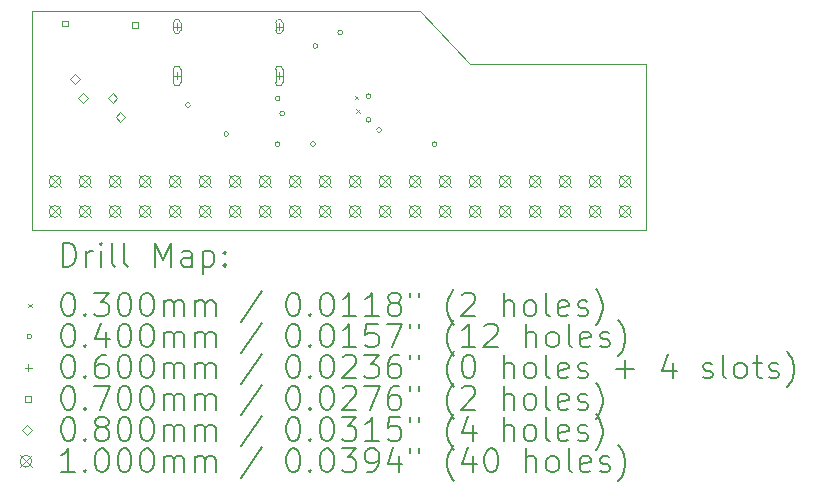
<source format=gbr>
%TF.GenerationSoftware,KiCad,Pcbnew,9.0.7-9.0.7~ubuntu24.04.1*%
%TF.CreationDate,2026-01-11T20:29:39+01:00*%
%TF.ProjectId,mfi,6d66692e-6b69-4636-9164-5f7063625858,rev?*%
%TF.SameCoordinates,Original*%
%TF.FileFunction,Drillmap*%
%TF.FilePolarity,Positive*%
%FSLAX45Y45*%
G04 Gerber Fmt 4.5, Leading zero omitted, Abs format (unit mm)*
G04 Created by KiCad (PCBNEW 9.0.7-9.0.7~ubuntu24.04.1) date 2026-01-11 20:29:39*
%MOMM*%
%LPD*%
G01*
G04 APERTURE LIST*
%ADD10C,0.010000*%
%ADD11C,0.200000*%
%ADD12C,0.100000*%
G04 APERTURE END LIST*
D10*
X13710000Y-11600000D02*
X15200000Y-11600000D01*
X13290000Y-11150000D02*
X13710000Y-11600000D01*
X10000000Y-13000000D02*
X15200000Y-13000000D01*
X10000000Y-11150000D02*
X13290000Y-11150000D01*
X15200000Y-11600000D02*
X15200000Y-13000000D01*
X10000000Y-11150000D02*
X10000000Y-13000000D01*
D11*
D12*
X12735000Y-11865000D02*
X12765000Y-11895000D01*
X12765000Y-11865000D02*
X12735000Y-11895000D01*
X12745000Y-11981050D02*
X12775000Y-12011050D01*
X12775000Y-11981050D02*
X12745000Y-12011050D01*
X11341000Y-11945000D02*
G75*
G02*
X11301000Y-11945000I-20000J0D01*
G01*
X11301000Y-11945000D02*
G75*
G02*
X11341000Y-11945000I20000J0D01*
G01*
X11666000Y-12190000D02*
G75*
G02*
X11626000Y-12190000I-20000J0D01*
G01*
X11626000Y-12190000D02*
G75*
G02*
X11666000Y-12190000I20000J0D01*
G01*
X12100000Y-12275000D02*
G75*
G02*
X12060000Y-12275000I-20000J0D01*
G01*
X12060000Y-12275000D02*
G75*
G02*
X12100000Y-12275000I20000J0D01*
G01*
X12101000Y-11890000D02*
G75*
G02*
X12061000Y-11890000I-20000J0D01*
G01*
X12061000Y-11890000D02*
G75*
G02*
X12101000Y-11890000I20000J0D01*
G01*
X12140000Y-12015000D02*
G75*
G02*
X12100000Y-12015000I-20000J0D01*
G01*
X12100000Y-12015000D02*
G75*
G02*
X12140000Y-12015000I20000J0D01*
G01*
X12400000Y-12275000D02*
G75*
G02*
X12360000Y-12275000I-20000J0D01*
G01*
X12360000Y-12275000D02*
G75*
G02*
X12400000Y-12275000I20000J0D01*
G01*
X12420000Y-11445000D02*
G75*
G02*
X12380000Y-11445000I-20000J0D01*
G01*
X12380000Y-11445000D02*
G75*
G02*
X12420000Y-11445000I20000J0D01*
G01*
X12630000Y-11330000D02*
G75*
G02*
X12590000Y-11330000I-20000J0D01*
G01*
X12590000Y-11330000D02*
G75*
G02*
X12630000Y-11330000I20000J0D01*
G01*
X12870000Y-11870000D02*
G75*
G02*
X12830000Y-11870000I-20000J0D01*
G01*
X12830000Y-11870000D02*
G75*
G02*
X12870000Y-11870000I20000J0D01*
G01*
X12870000Y-12070000D02*
G75*
G02*
X12830000Y-12070000I-20000J0D01*
G01*
X12830000Y-12070000D02*
G75*
G02*
X12870000Y-12070000I20000J0D01*
G01*
X12960000Y-12155000D02*
G75*
G02*
X12920000Y-12155000I-20000J0D01*
G01*
X12920000Y-12155000D02*
G75*
G02*
X12960000Y-12155000I20000J0D01*
G01*
X13430000Y-12275000D02*
G75*
G02*
X13390000Y-12275000I-20000J0D01*
G01*
X13390000Y-12275000D02*
G75*
G02*
X13430000Y-12275000I20000J0D01*
G01*
X11229000Y-11250000D02*
X11229000Y-11310000D01*
X11199000Y-11280000D02*
X11259000Y-11280000D01*
X11259000Y-11310000D02*
X11259000Y-11250000D01*
X11199000Y-11250000D02*
G75*
G02*
X11259000Y-11250000I30000J0D01*
G01*
X11199000Y-11250000D02*
X11199000Y-11310000D01*
X11199000Y-11310000D02*
G75*
G03*
X11259000Y-11310000I30000J0D01*
G01*
X11229000Y-11668000D02*
X11229000Y-11728000D01*
X11199000Y-11698000D02*
X11259000Y-11698000D01*
X11259000Y-11753000D02*
X11259000Y-11643000D01*
X11199000Y-11643000D02*
G75*
G02*
X11259000Y-11643000I30000J0D01*
G01*
X11199000Y-11643000D02*
X11199000Y-11753000D01*
X11199000Y-11753000D02*
G75*
G03*
X11259000Y-11753000I30000J0D01*
G01*
X12093000Y-11250000D02*
X12093000Y-11310000D01*
X12063000Y-11280000D02*
X12123000Y-11280000D01*
X12123000Y-11310000D02*
X12123000Y-11250000D01*
X12063000Y-11250000D02*
G75*
G02*
X12123000Y-11250000I30000J0D01*
G01*
X12063000Y-11250000D02*
X12063000Y-11310000D01*
X12063000Y-11310000D02*
G75*
G03*
X12123000Y-11310000I30000J0D01*
G01*
X12093000Y-11668000D02*
X12093000Y-11728000D01*
X12063000Y-11698000D02*
X12123000Y-11698000D01*
X12123000Y-11753000D02*
X12123000Y-11643000D01*
X12063000Y-11643000D02*
G75*
G02*
X12123000Y-11643000I30000J0D01*
G01*
X12063000Y-11643000D02*
X12063000Y-11753000D01*
X12063000Y-11753000D02*
G75*
G03*
X12123000Y-11753000I30000J0D01*
G01*
X10304749Y-11279749D02*
X10304749Y-11230251D01*
X10255251Y-11230251D01*
X10255251Y-11279749D01*
X10304749Y-11279749D01*
X10894749Y-11289749D02*
X10894749Y-11240251D01*
X10845251Y-11240251D01*
X10845251Y-11289749D01*
X10894749Y-11289749D01*
X10365813Y-11765000D02*
X10405813Y-11725000D01*
X10365813Y-11685000D01*
X10325813Y-11725000D01*
X10365813Y-11765000D01*
X10432906Y-11925000D02*
X10472906Y-11885000D01*
X10432906Y-11845000D01*
X10392906Y-11885000D01*
X10432906Y-11925000D01*
X10682906Y-11925000D02*
X10722906Y-11885000D01*
X10682906Y-11845000D01*
X10642906Y-11885000D01*
X10682906Y-11925000D01*
X10750000Y-12085000D02*
X10790000Y-12045000D01*
X10750000Y-12005000D01*
X10710000Y-12045000D01*
X10750000Y-12085000D01*
X10146000Y-12541000D02*
X10246000Y-12641000D01*
X10246000Y-12541000D02*
X10146000Y-12641000D01*
X10246000Y-12591000D02*
G75*
G02*
X10146000Y-12591000I-50000J0D01*
G01*
X10146000Y-12591000D02*
G75*
G02*
X10246000Y-12591000I50000J0D01*
G01*
X10146000Y-12795000D02*
X10246000Y-12895000D01*
X10246000Y-12795000D02*
X10146000Y-12895000D01*
X10246000Y-12845000D02*
G75*
G02*
X10146000Y-12845000I-50000J0D01*
G01*
X10146000Y-12845000D02*
G75*
G02*
X10246000Y-12845000I50000J0D01*
G01*
X10400000Y-12541000D02*
X10500000Y-12641000D01*
X10500000Y-12541000D02*
X10400000Y-12641000D01*
X10500000Y-12591000D02*
G75*
G02*
X10400000Y-12591000I-50000J0D01*
G01*
X10400000Y-12591000D02*
G75*
G02*
X10500000Y-12591000I50000J0D01*
G01*
X10400000Y-12795000D02*
X10500000Y-12895000D01*
X10500000Y-12795000D02*
X10400000Y-12895000D01*
X10500000Y-12845000D02*
G75*
G02*
X10400000Y-12845000I-50000J0D01*
G01*
X10400000Y-12845000D02*
G75*
G02*
X10500000Y-12845000I50000J0D01*
G01*
X10654000Y-12541000D02*
X10754000Y-12641000D01*
X10754000Y-12541000D02*
X10654000Y-12641000D01*
X10754000Y-12591000D02*
G75*
G02*
X10654000Y-12591000I-50000J0D01*
G01*
X10654000Y-12591000D02*
G75*
G02*
X10754000Y-12591000I50000J0D01*
G01*
X10654000Y-12795000D02*
X10754000Y-12895000D01*
X10754000Y-12795000D02*
X10654000Y-12895000D01*
X10754000Y-12845000D02*
G75*
G02*
X10654000Y-12845000I-50000J0D01*
G01*
X10654000Y-12845000D02*
G75*
G02*
X10754000Y-12845000I50000J0D01*
G01*
X10908000Y-12541000D02*
X11008000Y-12641000D01*
X11008000Y-12541000D02*
X10908000Y-12641000D01*
X11008000Y-12591000D02*
G75*
G02*
X10908000Y-12591000I-50000J0D01*
G01*
X10908000Y-12591000D02*
G75*
G02*
X11008000Y-12591000I50000J0D01*
G01*
X10908000Y-12795000D02*
X11008000Y-12895000D01*
X11008000Y-12795000D02*
X10908000Y-12895000D01*
X11008000Y-12845000D02*
G75*
G02*
X10908000Y-12845000I-50000J0D01*
G01*
X10908000Y-12845000D02*
G75*
G02*
X11008000Y-12845000I50000J0D01*
G01*
X11162000Y-12541000D02*
X11262000Y-12641000D01*
X11262000Y-12541000D02*
X11162000Y-12641000D01*
X11262000Y-12591000D02*
G75*
G02*
X11162000Y-12591000I-50000J0D01*
G01*
X11162000Y-12591000D02*
G75*
G02*
X11262000Y-12591000I50000J0D01*
G01*
X11162000Y-12795000D02*
X11262000Y-12895000D01*
X11262000Y-12795000D02*
X11162000Y-12895000D01*
X11262000Y-12845000D02*
G75*
G02*
X11162000Y-12845000I-50000J0D01*
G01*
X11162000Y-12845000D02*
G75*
G02*
X11262000Y-12845000I50000J0D01*
G01*
X11416000Y-12541000D02*
X11516000Y-12641000D01*
X11516000Y-12541000D02*
X11416000Y-12641000D01*
X11516000Y-12591000D02*
G75*
G02*
X11416000Y-12591000I-50000J0D01*
G01*
X11416000Y-12591000D02*
G75*
G02*
X11516000Y-12591000I50000J0D01*
G01*
X11416000Y-12795000D02*
X11516000Y-12895000D01*
X11516000Y-12795000D02*
X11416000Y-12895000D01*
X11516000Y-12845000D02*
G75*
G02*
X11416000Y-12845000I-50000J0D01*
G01*
X11416000Y-12845000D02*
G75*
G02*
X11516000Y-12845000I50000J0D01*
G01*
X11670000Y-12541000D02*
X11770000Y-12641000D01*
X11770000Y-12541000D02*
X11670000Y-12641000D01*
X11770000Y-12591000D02*
G75*
G02*
X11670000Y-12591000I-50000J0D01*
G01*
X11670000Y-12591000D02*
G75*
G02*
X11770000Y-12591000I50000J0D01*
G01*
X11670000Y-12795000D02*
X11770000Y-12895000D01*
X11770000Y-12795000D02*
X11670000Y-12895000D01*
X11770000Y-12845000D02*
G75*
G02*
X11670000Y-12845000I-50000J0D01*
G01*
X11670000Y-12845000D02*
G75*
G02*
X11770000Y-12845000I50000J0D01*
G01*
X11924000Y-12541000D02*
X12024000Y-12641000D01*
X12024000Y-12541000D02*
X11924000Y-12641000D01*
X12024000Y-12591000D02*
G75*
G02*
X11924000Y-12591000I-50000J0D01*
G01*
X11924000Y-12591000D02*
G75*
G02*
X12024000Y-12591000I50000J0D01*
G01*
X11924000Y-12795000D02*
X12024000Y-12895000D01*
X12024000Y-12795000D02*
X11924000Y-12895000D01*
X12024000Y-12845000D02*
G75*
G02*
X11924000Y-12845000I-50000J0D01*
G01*
X11924000Y-12845000D02*
G75*
G02*
X12024000Y-12845000I50000J0D01*
G01*
X12178000Y-12541000D02*
X12278000Y-12641000D01*
X12278000Y-12541000D02*
X12178000Y-12641000D01*
X12278000Y-12591000D02*
G75*
G02*
X12178000Y-12591000I-50000J0D01*
G01*
X12178000Y-12591000D02*
G75*
G02*
X12278000Y-12591000I50000J0D01*
G01*
X12178000Y-12795000D02*
X12278000Y-12895000D01*
X12278000Y-12795000D02*
X12178000Y-12895000D01*
X12278000Y-12845000D02*
G75*
G02*
X12178000Y-12845000I-50000J0D01*
G01*
X12178000Y-12845000D02*
G75*
G02*
X12278000Y-12845000I50000J0D01*
G01*
X12432000Y-12541000D02*
X12532000Y-12641000D01*
X12532000Y-12541000D02*
X12432000Y-12641000D01*
X12532000Y-12591000D02*
G75*
G02*
X12432000Y-12591000I-50000J0D01*
G01*
X12432000Y-12591000D02*
G75*
G02*
X12532000Y-12591000I50000J0D01*
G01*
X12432000Y-12795000D02*
X12532000Y-12895000D01*
X12532000Y-12795000D02*
X12432000Y-12895000D01*
X12532000Y-12845000D02*
G75*
G02*
X12432000Y-12845000I-50000J0D01*
G01*
X12432000Y-12845000D02*
G75*
G02*
X12532000Y-12845000I50000J0D01*
G01*
X12686000Y-12541000D02*
X12786000Y-12641000D01*
X12786000Y-12541000D02*
X12686000Y-12641000D01*
X12786000Y-12591000D02*
G75*
G02*
X12686000Y-12591000I-50000J0D01*
G01*
X12686000Y-12591000D02*
G75*
G02*
X12786000Y-12591000I50000J0D01*
G01*
X12686000Y-12795000D02*
X12786000Y-12895000D01*
X12786000Y-12795000D02*
X12686000Y-12895000D01*
X12786000Y-12845000D02*
G75*
G02*
X12686000Y-12845000I-50000J0D01*
G01*
X12686000Y-12845000D02*
G75*
G02*
X12786000Y-12845000I50000J0D01*
G01*
X12940000Y-12541000D02*
X13040000Y-12641000D01*
X13040000Y-12541000D02*
X12940000Y-12641000D01*
X13040000Y-12591000D02*
G75*
G02*
X12940000Y-12591000I-50000J0D01*
G01*
X12940000Y-12591000D02*
G75*
G02*
X13040000Y-12591000I50000J0D01*
G01*
X12940000Y-12795000D02*
X13040000Y-12895000D01*
X13040000Y-12795000D02*
X12940000Y-12895000D01*
X13040000Y-12845000D02*
G75*
G02*
X12940000Y-12845000I-50000J0D01*
G01*
X12940000Y-12845000D02*
G75*
G02*
X13040000Y-12845000I50000J0D01*
G01*
X13194000Y-12541000D02*
X13294000Y-12641000D01*
X13294000Y-12541000D02*
X13194000Y-12641000D01*
X13294000Y-12591000D02*
G75*
G02*
X13194000Y-12591000I-50000J0D01*
G01*
X13194000Y-12591000D02*
G75*
G02*
X13294000Y-12591000I50000J0D01*
G01*
X13194000Y-12795000D02*
X13294000Y-12895000D01*
X13294000Y-12795000D02*
X13194000Y-12895000D01*
X13294000Y-12845000D02*
G75*
G02*
X13194000Y-12845000I-50000J0D01*
G01*
X13194000Y-12845000D02*
G75*
G02*
X13294000Y-12845000I50000J0D01*
G01*
X13448000Y-12541000D02*
X13548000Y-12641000D01*
X13548000Y-12541000D02*
X13448000Y-12641000D01*
X13548000Y-12591000D02*
G75*
G02*
X13448000Y-12591000I-50000J0D01*
G01*
X13448000Y-12591000D02*
G75*
G02*
X13548000Y-12591000I50000J0D01*
G01*
X13448000Y-12795000D02*
X13548000Y-12895000D01*
X13548000Y-12795000D02*
X13448000Y-12895000D01*
X13548000Y-12845000D02*
G75*
G02*
X13448000Y-12845000I-50000J0D01*
G01*
X13448000Y-12845000D02*
G75*
G02*
X13548000Y-12845000I50000J0D01*
G01*
X13702000Y-12541000D02*
X13802000Y-12641000D01*
X13802000Y-12541000D02*
X13702000Y-12641000D01*
X13802000Y-12591000D02*
G75*
G02*
X13702000Y-12591000I-50000J0D01*
G01*
X13702000Y-12591000D02*
G75*
G02*
X13802000Y-12591000I50000J0D01*
G01*
X13702000Y-12795000D02*
X13802000Y-12895000D01*
X13802000Y-12795000D02*
X13702000Y-12895000D01*
X13802000Y-12845000D02*
G75*
G02*
X13702000Y-12845000I-50000J0D01*
G01*
X13702000Y-12845000D02*
G75*
G02*
X13802000Y-12845000I50000J0D01*
G01*
X13956000Y-12541000D02*
X14056000Y-12641000D01*
X14056000Y-12541000D02*
X13956000Y-12641000D01*
X14056000Y-12591000D02*
G75*
G02*
X13956000Y-12591000I-50000J0D01*
G01*
X13956000Y-12591000D02*
G75*
G02*
X14056000Y-12591000I50000J0D01*
G01*
X13956000Y-12795000D02*
X14056000Y-12895000D01*
X14056000Y-12795000D02*
X13956000Y-12895000D01*
X14056000Y-12845000D02*
G75*
G02*
X13956000Y-12845000I-50000J0D01*
G01*
X13956000Y-12845000D02*
G75*
G02*
X14056000Y-12845000I50000J0D01*
G01*
X14210000Y-12541000D02*
X14310000Y-12641000D01*
X14310000Y-12541000D02*
X14210000Y-12641000D01*
X14310000Y-12591000D02*
G75*
G02*
X14210000Y-12591000I-50000J0D01*
G01*
X14210000Y-12591000D02*
G75*
G02*
X14310000Y-12591000I50000J0D01*
G01*
X14210000Y-12795000D02*
X14310000Y-12895000D01*
X14310000Y-12795000D02*
X14210000Y-12895000D01*
X14310000Y-12845000D02*
G75*
G02*
X14210000Y-12845000I-50000J0D01*
G01*
X14210000Y-12845000D02*
G75*
G02*
X14310000Y-12845000I50000J0D01*
G01*
X14464000Y-12541000D02*
X14564000Y-12641000D01*
X14564000Y-12541000D02*
X14464000Y-12641000D01*
X14564000Y-12591000D02*
G75*
G02*
X14464000Y-12591000I-50000J0D01*
G01*
X14464000Y-12591000D02*
G75*
G02*
X14564000Y-12591000I50000J0D01*
G01*
X14464000Y-12795000D02*
X14564000Y-12895000D01*
X14564000Y-12795000D02*
X14464000Y-12895000D01*
X14564000Y-12845000D02*
G75*
G02*
X14464000Y-12845000I-50000J0D01*
G01*
X14464000Y-12845000D02*
G75*
G02*
X14564000Y-12845000I50000J0D01*
G01*
X14718000Y-12541000D02*
X14818000Y-12641000D01*
X14818000Y-12541000D02*
X14718000Y-12641000D01*
X14818000Y-12591000D02*
G75*
G02*
X14718000Y-12591000I-50000J0D01*
G01*
X14718000Y-12591000D02*
G75*
G02*
X14818000Y-12591000I50000J0D01*
G01*
X14718000Y-12795000D02*
X14818000Y-12895000D01*
X14818000Y-12795000D02*
X14718000Y-12895000D01*
X14818000Y-12845000D02*
G75*
G02*
X14718000Y-12845000I-50000J0D01*
G01*
X14718000Y-12845000D02*
G75*
G02*
X14818000Y-12845000I50000J0D01*
G01*
X14972000Y-12541000D02*
X15072000Y-12641000D01*
X15072000Y-12541000D02*
X14972000Y-12641000D01*
X15072000Y-12591000D02*
G75*
G02*
X14972000Y-12591000I-50000J0D01*
G01*
X14972000Y-12591000D02*
G75*
G02*
X15072000Y-12591000I50000J0D01*
G01*
X14972000Y-12795000D02*
X15072000Y-12895000D01*
X15072000Y-12795000D02*
X14972000Y-12895000D01*
X15072000Y-12845000D02*
G75*
G02*
X14972000Y-12845000I-50000J0D01*
G01*
X14972000Y-12845000D02*
G75*
G02*
X15072000Y-12845000I50000J0D01*
G01*
D11*
X10260277Y-13311984D02*
X10260277Y-13111984D01*
X10260277Y-13111984D02*
X10307896Y-13111984D01*
X10307896Y-13111984D02*
X10336467Y-13121508D01*
X10336467Y-13121508D02*
X10355515Y-13140555D01*
X10355515Y-13140555D02*
X10365039Y-13159603D01*
X10365039Y-13159603D02*
X10374563Y-13197698D01*
X10374563Y-13197698D02*
X10374563Y-13226269D01*
X10374563Y-13226269D02*
X10365039Y-13264365D01*
X10365039Y-13264365D02*
X10355515Y-13283412D01*
X10355515Y-13283412D02*
X10336467Y-13302460D01*
X10336467Y-13302460D02*
X10307896Y-13311984D01*
X10307896Y-13311984D02*
X10260277Y-13311984D01*
X10460277Y-13311984D02*
X10460277Y-13178650D01*
X10460277Y-13216746D02*
X10469801Y-13197698D01*
X10469801Y-13197698D02*
X10479324Y-13188174D01*
X10479324Y-13188174D02*
X10498372Y-13178650D01*
X10498372Y-13178650D02*
X10517420Y-13178650D01*
X10584086Y-13311984D02*
X10584086Y-13178650D01*
X10584086Y-13111984D02*
X10574563Y-13121508D01*
X10574563Y-13121508D02*
X10584086Y-13131031D01*
X10584086Y-13131031D02*
X10593610Y-13121508D01*
X10593610Y-13121508D02*
X10584086Y-13111984D01*
X10584086Y-13111984D02*
X10584086Y-13131031D01*
X10707896Y-13311984D02*
X10688848Y-13302460D01*
X10688848Y-13302460D02*
X10679324Y-13283412D01*
X10679324Y-13283412D02*
X10679324Y-13111984D01*
X10812658Y-13311984D02*
X10793610Y-13302460D01*
X10793610Y-13302460D02*
X10784086Y-13283412D01*
X10784086Y-13283412D02*
X10784086Y-13111984D01*
X11041229Y-13311984D02*
X11041229Y-13111984D01*
X11041229Y-13111984D02*
X11107896Y-13254841D01*
X11107896Y-13254841D02*
X11174563Y-13111984D01*
X11174563Y-13111984D02*
X11174563Y-13311984D01*
X11355515Y-13311984D02*
X11355515Y-13207222D01*
X11355515Y-13207222D02*
X11345991Y-13188174D01*
X11345991Y-13188174D02*
X11326943Y-13178650D01*
X11326943Y-13178650D02*
X11288848Y-13178650D01*
X11288848Y-13178650D02*
X11269801Y-13188174D01*
X11355515Y-13302460D02*
X11336467Y-13311984D01*
X11336467Y-13311984D02*
X11288848Y-13311984D01*
X11288848Y-13311984D02*
X11269801Y-13302460D01*
X11269801Y-13302460D02*
X11260277Y-13283412D01*
X11260277Y-13283412D02*
X11260277Y-13264365D01*
X11260277Y-13264365D02*
X11269801Y-13245317D01*
X11269801Y-13245317D02*
X11288848Y-13235793D01*
X11288848Y-13235793D02*
X11336467Y-13235793D01*
X11336467Y-13235793D02*
X11355515Y-13226269D01*
X11450753Y-13178650D02*
X11450753Y-13378650D01*
X11450753Y-13188174D02*
X11469801Y-13178650D01*
X11469801Y-13178650D02*
X11507896Y-13178650D01*
X11507896Y-13178650D02*
X11526943Y-13188174D01*
X11526943Y-13188174D02*
X11536467Y-13197698D01*
X11536467Y-13197698D02*
X11545991Y-13216746D01*
X11545991Y-13216746D02*
X11545991Y-13273888D01*
X11545991Y-13273888D02*
X11536467Y-13292936D01*
X11536467Y-13292936D02*
X11526943Y-13302460D01*
X11526943Y-13302460D02*
X11507896Y-13311984D01*
X11507896Y-13311984D02*
X11469801Y-13311984D01*
X11469801Y-13311984D02*
X11450753Y-13302460D01*
X11631705Y-13292936D02*
X11641229Y-13302460D01*
X11641229Y-13302460D02*
X11631705Y-13311984D01*
X11631705Y-13311984D02*
X11622182Y-13302460D01*
X11622182Y-13302460D02*
X11631705Y-13292936D01*
X11631705Y-13292936D02*
X11631705Y-13311984D01*
X11631705Y-13188174D02*
X11641229Y-13197698D01*
X11641229Y-13197698D02*
X11631705Y-13207222D01*
X11631705Y-13207222D02*
X11622182Y-13197698D01*
X11622182Y-13197698D02*
X11631705Y-13188174D01*
X11631705Y-13188174D02*
X11631705Y-13207222D01*
D12*
X9969500Y-13625500D02*
X9999500Y-13655500D01*
X9999500Y-13625500D02*
X9969500Y-13655500D01*
D11*
X10298372Y-13531984D02*
X10317420Y-13531984D01*
X10317420Y-13531984D02*
X10336467Y-13541508D01*
X10336467Y-13541508D02*
X10345991Y-13551031D01*
X10345991Y-13551031D02*
X10355515Y-13570079D01*
X10355515Y-13570079D02*
X10365039Y-13608174D01*
X10365039Y-13608174D02*
X10365039Y-13655793D01*
X10365039Y-13655793D02*
X10355515Y-13693888D01*
X10355515Y-13693888D02*
X10345991Y-13712936D01*
X10345991Y-13712936D02*
X10336467Y-13722460D01*
X10336467Y-13722460D02*
X10317420Y-13731984D01*
X10317420Y-13731984D02*
X10298372Y-13731984D01*
X10298372Y-13731984D02*
X10279324Y-13722460D01*
X10279324Y-13722460D02*
X10269801Y-13712936D01*
X10269801Y-13712936D02*
X10260277Y-13693888D01*
X10260277Y-13693888D02*
X10250753Y-13655793D01*
X10250753Y-13655793D02*
X10250753Y-13608174D01*
X10250753Y-13608174D02*
X10260277Y-13570079D01*
X10260277Y-13570079D02*
X10269801Y-13551031D01*
X10269801Y-13551031D02*
X10279324Y-13541508D01*
X10279324Y-13541508D02*
X10298372Y-13531984D01*
X10450753Y-13712936D02*
X10460277Y-13722460D01*
X10460277Y-13722460D02*
X10450753Y-13731984D01*
X10450753Y-13731984D02*
X10441229Y-13722460D01*
X10441229Y-13722460D02*
X10450753Y-13712936D01*
X10450753Y-13712936D02*
X10450753Y-13731984D01*
X10526944Y-13531984D02*
X10650753Y-13531984D01*
X10650753Y-13531984D02*
X10584086Y-13608174D01*
X10584086Y-13608174D02*
X10612658Y-13608174D01*
X10612658Y-13608174D02*
X10631705Y-13617698D01*
X10631705Y-13617698D02*
X10641229Y-13627222D01*
X10641229Y-13627222D02*
X10650753Y-13646269D01*
X10650753Y-13646269D02*
X10650753Y-13693888D01*
X10650753Y-13693888D02*
X10641229Y-13712936D01*
X10641229Y-13712936D02*
X10631705Y-13722460D01*
X10631705Y-13722460D02*
X10612658Y-13731984D01*
X10612658Y-13731984D02*
X10555515Y-13731984D01*
X10555515Y-13731984D02*
X10536467Y-13722460D01*
X10536467Y-13722460D02*
X10526944Y-13712936D01*
X10774563Y-13531984D02*
X10793610Y-13531984D01*
X10793610Y-13531984D02*
X10812658Y-13541508D01*
X10812658Y-13541508D02*
X10822182Y-13551031D01*
X10822182Y-13551031D02*
X10831705Y-13570079D01*
X10831705Y-13570079D02*
X10841229Y-13608174D01*
X10841229Y-13608174D02*
X10841229Y-13655793D01*
X10841229Y-13655793D02*
X10831705Y-13693888D01*
X10831705Y-13693888D02*
X10822182Y-13712936D01*
X10822182Y-13712936D02*
X10812658Y-13722460D01*
X10812658Y-13722460D02*
X10793610Y-13731984D01*
X10793610Y-13731984D02*
X10774563Y-13731984D01*
X10774563Y-13731984D02*
X10755515Y-13722460D01*
X10755515Y-13722460D02*
X10745991Y-13712936D01*
X10745991Y-13712936D02*
X10736467Y-13693888D01*
X10736467Y-13693888D02*
X10726944Y-13655793D01*
X10726944Y-13655793D02*
X10726944Y-13608174D01*
X10726944Y-13608174D02*
X10736467Y-13570079D01*
X10736467Y-13570079D02*
X10745991Y-13551031D01*
X10745991Y-13551031D02*
X10755515Y-13541508D01*
X10755515Y-13541508D02*
X10774563Y-13531984D01*
X10965039Y-13531984D02*
X10984086Y-13531984D01*
X10984086Y-13531984D02*
X11003134Y-13541508D01*
X11003134Y-13541508D02*
X11012658Y-13551031D01*
X11012658Y-13551031D02*
X11022182Y-13570079D01*
X11022182Y-13570079D02*
X11031705Y-13608174D01*
X11031705Y-13608174D02*
X11031705Y-13655793D01*
X11031705Y-13655793D02*
X11022182Y-13693888D01*
X11022182Y-13693888D02*
X11012658Y-13712936D01*
X11012658Y-13712936D02*
X11003134Y-13722460D01*
X11003134Y-13722460D02*
X10984086Y-13731984D01*
X10984086Y-13731984D02*
X10965039Y-13731984D01*
X10965039Y-13731984D02*
X10945991Y-13722460D01*
X10945991Y-13722460D02*
X10936467Y-13712936D01*
X10936467Y-13712936D02*
X10926944Y-13693888D01*
X10926944Y-13693888D02*
X10917420Y-13655793D01*
X10917420Y-13655793D02*
X10917420Y-13608174D01*
X10917420Y-13608174D02*
X10926944Y-13570079D01*
X10926944Y-13570079D02*
X10936467Y-13551031D01*
X10936467Y-13551031D02*
X10945991Y-13541508D01*
X10945991Y-13541508D02*
X10965039Y-13531984D01*
X11117420Y-13731984D02*
X11117420Y-13598650D01*
X11117420Y-13617698D02*
X11126944Y-13608174D01*
X11126944Y-13608174D02*
X11145991Y-13598650D01*
X11145991Y-13598650D02*
X11174563Y-13598650D01*
X11174563Y-13598650D02*
X11193610Y-13608174D01*
X11193610Y-13608174D02*
X11203134Y-13627222D01*
X11203134Y-13627222D02*
X11203134Y-13731984D01*
X11203134Y-13627222D02*
X11212658Y-13608174D01*
X11212658Y-13608174D02*
X11231705Y-13598650D01*
X11231705Y-13598650D02*
X11260277Y-13598650D01*
X11260277Y-13598650D02*
X11279324Y-13608174D01*
X11279324Y-13608174D02*
X11288848Y-13627222D01*
X11288848Y-13627222D02*
X11288848Y-13731984D01*
X11384086Y-13731984D02*
X11384086Y-13598650D01*
X11384086Y-13617698D02*
X11393610Y-13608174D01*
X11393610Y-13608174D02*
X11412658Y-13598650D01*
X11412658Y-13598650D02*
X11441229Y-13598650D01*
X11441229Y-13598650D02*
X11460277Y-13608174D01*
X11460277Y-13608174D02*
X11469801Y-13627222D01*
X11469801Y-13627222D02*
X11469801Y-13731984D01*
X11469801Y-13627222D02*
X11479324Y-13608174D01*
X11479324Y-13608174D02*
X11498372Y-13598650D01*
X11498372Y-13598650D02*
X11526943Y-13598650D01*
X11526943Y-13598650D02*
X11545991Y-13608174D01*
X11545991Y-13608174D02*
X11555515Y-13627222D01*
X11555515Y-13627222D02*
X11555515Y-13731984D01*
X11945991Y-13522460D02*
X11774563Y-13779603D01*
X12203134Y-13531984D02*
X12222182Y-13531984D01*
X12222182Y-13531984D02*
X12241229Y-13541508D01*
X12241229Y-13541508D02*
X12250753Y-13551031D01*
X12250753Y-13551031D02*
X12260277Y-13570079D01*
X12260277Y-13570079D02*
X12269801Y-13608174D01*
X12269801Y-13608174D02*
X12269801Y-13655793D01*
X12269801Y-13655793D02*
X12260277Y-13693888D01*
X12260277Y-13693888D02*
X12250753Y-13712936D01*
X12250753Y-13712936D02*
X12241229Y-13722460D01*
X12241229Y-13722460D02*
X12222182Y-13731984D01*
X12222182Y-13731984D02*
X12203134Y-13731984D01*
X12203134Y-13731984D02*
X12184086Y-13722460D01*
X12184086Y-13722460D02*
X12174563Y-13712936D01*
X12174563Y-13712936D02*
X12165039Y-13693888D01*
X12165039Y-13693888D02*
X12155515Y-13655793D01*
X12155515Y-13655793D02*
X12155515Y-13608174D01*
X12155515Y-13608174D02*
X12165039Y-13570079D01*
X12165039Y-13570079D02*
X12174563Y-13551031D01*
X12174563Y-13551031D02*
X12184086Y-13541508D01*
X12184086Y-13541508D02*
X12203134Y-13531984D01*
X12355515Y-13712936D02*
X12365039Y-13722460D01*
X12365039Y-13722460D02*
X12355515Y-13731984D01*
X12355515Y-13731984D02*
X12345991Y-13722460D01*
X12345991Y-13722460D02*
X12355515Y-13712936D01*
X12355515Y-13712936D02*
X12355515Y-13731984D01*
X12488848Y-13531984D02*
X12507896Y-13531984D01*
X12507896Y-13531984D02*
X12526944Y-13541508D01*
X12526944Y-13541508D02*
X12536467Y-13551031D01*
X12536467Y-13551031D02*
X12545991Y-13570079D01*
X12545991Y-13570079D02*
X12555515Y-13608174D01*
X12555515Y-13608174D02*
X12555515Y-13655793D01*
X12555515Y-13655793D02*
X12545991Y-13693888D01*
X12545991Y-13693888D02*
X12536467Y-13712936D01*
X12536467Y-13712936D02*
X12526944Y-13722460D01*
X12526944Y-13722460D02*
X12507896Y-13731984D01*
X12507896Y-13731984D02*
X12488848Y-13731984D01*
X12488848Y-13731984D02*
X12469801Y-13722460D01*
X12469801Y-13722460D02*
X12460277Y-13712936D01*
X12460277Y-13712936D02*
X12450753Y-13693888D01*
X12450753Y-13693888D02*
X12441229Y-13655793D01*
X12441229Y-13655793D02*
X12441229Y-13608174D01*
X12441229Y-13608174D02*
X12450753Y-13570079D01*
X12450753Y-13570079D02*
X12460277Y-13551031D01*
X12460277Y-13551031D02*
X12469801Y-13541508D01*
X12469801Y-13541508D02*
X12488848Y-13531984D01*
X12745991Y-13731984D02*
X12631706Y-13731984D01*
X12688848Y-13731984D02*
X12688848Y-13531984D01*
X12688848Y-13531984D02*
X12669801Y-13560555D01*
X12669801Y-13560555D02*
X12650753Y-13579603D01*
X12650753Y-13579603D02*
X12631706Y-13589127D01*
X12936467Y-13731984D02*
X12822182Y-13731984D01*
X12879325Y-13731984D02*
X12879325Y-13531984D01*
X12879325Y-13531984D02*
X12860277Y-13560555D01*
X12860277Y-13560555D02*
X12841229Y-13579603D01*
X12841229Y-13579603D02*
X12822182Y-13589127D01*
X13050753Y-13617698D02*
X13031706Y-13608174D01*
X13031706Y-13608174D02*
X13022182Y-13598650D01*
X13022182Y-13598650D02*
X13012658Y-13579603D01*
X13012658Y-13579603D02*
X13012658Y-13570079D01*
X13012658Y-13570079D02*
X13022182Y-13551031D01*
X13022182Y-13551031D02*
X13031706Y-13541508D01*
X13031706Y-13541508D02*
X13050753Y-13531984D01*
X13050753Y-13531984D02*
X13088848Y-13531984D01*
X13088848Y-13531984D02*
X13107896Y-13541508D01*
X13107896Y-13541508D02*
X13117420Y-13551031D01*
X13117420Y-13551031D02*
X13126944Y-13570079D01*
X13126944Y-13570079D02*
X13126944Y-13579603D01*
X13126944Y-13579603D02*
X13117420Y-13598650D01*
X13117420Y-13598650D02*
X13107896Y-13608174D01*
X13107896Y-13608174D02*
X13088848Y-13617698D01*
X13088848Y-13617698D02*
X13050753Y-13617698D01*
X13050753Y-13617698D02*
X13031706Y-13627222D01*
X13031706Y-13627222D02*
X13022182Y-13636746D01*
X13022182Y-13636746D02*
X13012658Y-13655793D01*
X13012658Y-13655793D02*
X13012658Y-13693888D01*
X13012658Y-13693888D02*
X13022182Y-13712936D01*
X13022182Y-13712936D02*
X13031706Y-13722460D01*
X13031706Y-13722460D02*
X13050753Y-13731984D01*
X13050753Y-13731984D02*
X13088848Y-13731984D01*
X13088848Y-13731984D02*
X13107896Y-13722460D01*
X13107896Y-13722460D02*
X13117420Y-13712936D01*
X13117420Y-13712936D02*
X13126944Y-13693888D01*
X13126944Y-13693888D02*
X13126944Y-13655793D01*
X13126944Y-13655793D02*
X13117420Y-13636746D01*
X13117420Y-13636746D02*
X13107896Y-13627222D01*
X13107896Y-13627222D02*
X13088848Y-13617698D01*
X13203134Y-13531984D02*
X13203134Y-13570079D01*
X13279325Y-13531984D02*
X13279325Y-13570079D01*
X13574563Y-13808174D02*
X13565039Y-13798650D01*
X13565039Y-13798650D02*
X13545991Y-13770079D01*
X13545991Y-13770079D02*
X13536468Y-13751031D01*
X13536468Y-13751031D02*
X13526944Y-13722460D01*
X13526944Y-13722460D02*
X13517420Y-13674841D01*
X13517420Y-13674841D02*
X13517420Y-13636746D01*
X13517420Y-13636746D02*
X13526944Y-13589127D01*
X13526944Y-13589127D02*
X13536468Y-13560555D01*
X13536468Y-13560555D02*
X13545991Y-13541508D01*
X13545991Y-13541508D02*
X13565039Y-13512936D01*
X13565039Y-13512936D02*
X13574563Y-13503412D01*
X13641229Y-13551031D02*
X13650753Y-13541508D01*
X13650753Y-13541508D02*
X13669801Y-13531984D01*
X13669801Y-13531984D02*
X13717420Y-13531984D01*
X13717420Y-13531984D02*
X13736468Y-13541508D01*
X13736468Y-13541508D02*
X13745991Y-13551031D01*
X13745991Y-13551031D02*
X13755515Y-13570079D01*
X13755515Y-13570079D02*
X13755515Y-13589127D01*
X13755515Y-13589127D02*
X13745991Y-13617698D01*
X13745991Y-13617698D02*
X13631706Y-13731984D01*
X13631706Y-13731984D02*
X13755515Y-13731984D01*
X13993610Y-13731984D02*
X13993610Y-13531984D01*
X14079325Y-13731984D02*
X14079325Y-13627222D01*
X14079325Y-13627222D02*
X14069801Y-13608174D01*
X14069801Y-13608174D02*
X14050753Y-13598650D01*
X14050753Y-13598650D02*
X14022182Y-13598650D01*
X14022182Y-13598650D02*
X14003134Y-13608174D01*
X14003134Y-13608174D02*
X13993610Y-13617698D01*
X14203134Y-13731984D02*
X14184087Y-13722460D01*
X14184087Y-13722460D02*
X14174563Y-13712936D01*
X14174563Y-13712936D02*
X14165039Y-13693888D01*
X14165039Y-13693888D02*
X14165039Y-13636746D01*
X14165039Y-13636746D02*
X14174563Y-13617698D01*
X14174563Y-13617698D02*
X14184087Y-13608174D01*
X14184087Y-13608174D02*
X14203134Y-13598650D01*
X14203134Y-13598650D02*
X14231706Y-13598650D01*
X14231706Y-13598650D02*
X14250753Y-13608174D01*
X14250753Y-13608174D02*
X14260277Y-13617698D01*
X14260277Y-13617698D02*
X14269801Y-13636746D01*
X14269801Y-13636746D02*
X14269801Y-13693888D01*
X14269801Y-13693888D02*
X14260277Y-13712936D01*
X14260277Y-13712936D02*
X14250753Y-13722460D01*
X14250753Y-13722460D02*
X14231706Y-13731984D01*
X14231706Y-13731984D02*
X14203134Y-13731984D01*
X14384087Y-13731984D02*
X14365039Y-13722460D01*
X14365039Y-13722460D02*
X14355515Y-13703412D01*
X14355515Y-13703412D02*
X14355515Y-13531984D01*
X14536468Y-13722460D02*
X14517420Y-13731984D01*
X14517420Y-13731984D02*
X14479325Y-13731984D01*
X14479325Y-13731984D02*
X14460277Y-13722460D01*
X14460277Y-13722460D02*
X14450753Y-13703412D01*
X14450753Y-13703412D02*
X14450753Y-13627222D01*
X14450753Y-13627222D02*
X14460277Y-13608174D01*
X14460277Y-13608174D02*
X14479325Y-13598650D01*
X14479325Y-13598650D02*
X14517420Y-13598650D01*
X14517420Y-13598650D02*
X14536468Y-13608174D01*
X14536468Y-13608174D02*
X14545991Y-13627222D01*
X14545991Y-13627222D02*
X14545991Y-13646269D01*
X14545991Y-13646269D02*
X14450753Y-13665317D01*
X14622182Y-13722460D02*
X14641230Y-13731984D01*
X14641230Y-13731984D02*
X14679325Y-13731984D01*
X14679325Y-13731984D02*
X14698372Y-13722460D01*
X14698372Y-13722460D02*
X14707896Y-13703412D01*
X14707896Y-13703412D02*
X14707896Y-13693888D01*
X14707896Y-13693888D02*
X14698372Y-13674841D01*
X14698372Y-13674841D02*
X14679325Y-13665317D01*
X14679325Y-13665317D02*
X14650753Y-13665317D01*
X14650753Y-13665317D02*
X14631706Y-13655793D01*
X14631706Y-13655793D02*
X14622182Y-13636746D01*
X14622182Y-13636746D02*
X14622182Y-13627222D01*
X14622182Y-13627222D02*
X14631706Y-13608174D01*
X14631706Y-13608174D02*
X14650753Y-13598650D01*
X14650753Y-13598650D02*
X14679325Y-13598650D01*
X14679325Y-13598650D02*
X14698372Y-13608174D01*
X14774563Y-13808174D02*
X14784087Y-13798650D01*
X14784087Y-13798650D02*
X14803134Y-13770079D01*
X14803134Y-13770079D02*
X14812658Y-13751031D01*
X14812658Y-13751031D02*
X14822182Y-13722460D01*
X14822182Y-13722460D02*
X14831706Y-13674841D01*
X14831706Y-13674841D02*
X14831706Y-13636746D01*
X14831706Y-13636746D02*
X14822182Y-13589127D01*
X14822182Y-13589127D02*
X14812658Y-13560555D01*
X14812658Y-13560555D02*
X14803134Y-13541508D01*
X14803134Y-13541508D02*
X14784087Y-13512936D01*
X14784087Y-13512936D02*
X14774563Y-13503412D01*
D12*
X9999500Y-13904500D02*
G75*
G02*
X9959500Y-13904500I-20000J0D01*
G01*
X9959500Y-13904500D02*
G75*
G02*
X9999500Y-13904500I20000J0D01*
G01*
D11*
X10298372Y-13795984D02*
X10317420Y-13795984D01*
X10317420Y-13795984D02*
X10336467Y-13805508D01*
X10336467Y-13805508D02*
X10345991Y-13815031D01*
X10345991Y-13815031D02*
X10355515Y-13834079D01*
X10355515Y-13834079D02*
X10365039Y-13872174D01*
X10365039Y-13872174D02*
X10365039Y-13919793D01*
X10365039Y-13919793D02*
X10355515Y-13957888D01*
X10355515Y-13957888D02*
X10345991Y-13976936D01*
X10345991Y-13976936D02*
X10336467Y-13986460D01*
X10336467Y-13986460D02*
X10317420Y-13995984D01*
X10317420Y-13995984D02*
X10298372Y-13995984D01*
X10298372Y-13995984D02*
X10279324Y-13986460D01*
X10279324Y-13986460D02*
X10269801Y-13976936D01*
X10269801Y-13976936D02*
X10260277Y-13957888D01*
X10260277Y-13957888D02*
X10250753Y-13919793D01*
X10250753Y-13919793D02*
X10250753Y-13872174D01*
X10250753Y-13872174D02*
X10260277Y-13834079D01*
X10260277Y-13834079D02*
X10269801Y-13815031D01*
X10269801Y-13815031D02*
X10279324Y-13805508D01*
X10279324Y-13805508D02*
X10298372Y-13795984D01*
X10450753Y-13976936D02*
X10460277Y-13986460D01*
X10460277Y-13986460D02*
X10450753Y-13995984D01*
X10450753Y-13995984D02*
X10441229Y-13986460D01*
X10441229Y-13986460D02*
X10450753Y-13976936D01*
X10450753Y-13976936D02*
X10450753Y-13995984D01*
X10631705Y-13862650D02*
X10631705Y-13995984D01*
X10584086Y-13786460D02*
X10536467Y-13929317D01*
X10536467Y-13929317D02*
X10660277Y-13929317D01*
X10774563Y-13795984D02*
X10793610Y-13795984D01*
X10793610Y-13795984D02*
X10812658Y-13805508D01*
X10812658Y-13805508D02*
X10822182Y-13815031D01*
X10822182Y-13815031D02*
X10831705Y-13834079D01*
X10831705Y-13834079D02*
X10841229Y-13872174D01*
X10841229Y-13872174D02*
X10841229Y-13919793D01*
X10841229Y-13919793D02*
X10831705Y-13957888D01*
X10831705Y-13957888D02*
X10822182Y-13976936D01*
X10822182Y-13976936D02*
X10812658Y-13986460D01*
X10812658Y-13986460D02*
X10793610Y-13995984D01*
X10793610Y-13995984D02*
X10774563Y-13995984D01*
X10774563Y-13995984D02*
X10755515Y-13986460D01*
X10755515Y-13986460D02*
X10745991Y-13976936D01*
X10745991Y-13976936D02*
X10736467Y-13957888D01*
X10736467Y-13957888D02*
X10726944Y-13919793D01*
X10726944Y-13919793D02*
X10726944Y-13872174D01*
X10726944Y-13872174D02*
X10736467Y-13834079D01*
X10736467Y-13834079D02*
X10745991Y-13815031D01*
X10745991Y-13815031D02*
X10755515Y-13805508D01*
X10755515Y-13805508D02*
X10774563Y-13795984D01*
X10965039Y-13795984D02*
X10984086Y-13795984D01*
X10984086Y-13795984D02*
X11003134Y-13805508D01*
X11003134Y-13805508D02*
X11012658Y-13815031D01*
X11012658Y-13815031D02*
X11022182Y-13834079D01*
X11022182Y-13834079D02*
X11031705Y-13872174D01*
X11031705Y-13872174D02*
X11031705Y-13919793D01*
X11031705Y-13919793D02*
X11022182Y-13957888D01*
X11022182Y-13957888D02*
X11012658Y-13976936D01*
X11012658Y-13976936D02*
X11003134Y-13986460D01*
X11003134Y-13986460D02*
X10984086Y-13995984D01*
X10984086Y-13995984D02*
X10965039Y-13995984D01*
X10965039Y-13995984D02*
X10945991Y-13986460D01*
X10945991Y-13986460D02*
X10936467Y-13976936D01*
X10936467Y-13976936D02*
X10926944Y-13957888D01*
X10926944Y-13957888D02*
X10917420Y-13919793D01*
X10917420Y-13919793D02*
X10917420Y-13872174D01*
X10917420Y-13872174D02*
X10926944Y-13834079D01*
X10926944Y-13834079D02*
X10936467Y-13815031D01*
X10936467Y-13815031D02*
X10945991Y-13805508D01*
X10945991Y-13805508D02*
X10965039Y-13795984D01*
X11117420Y-13995984D02*
X11117420Y-13862650D01*
X11117420Y-13881698D02*
X11126944Y-13872174D01*
X11126944Y-13872174D02*
X11145991Y-13862650D01*
X11145991Y-13862650D02*
X11174563Y-13862650D01*
X11174563Y-13862650D02*
X11193610Y-13872174D01*
X11193610Y-13872174D02*
X11203134Y-13891222D01*
X11203134Y-13891222D02*
X11203134Y-13995984D01*
X11203134Y-13891222D02*
X11212658Y-13872174D01*
X11212658Y-13872174D02*
X11231705Y-13862650D01*
X11231705Y-13862650D02*
X11260277Y-13862650D01*
X11260277Y-13862650D02*
X11279324Y-13872174D01*
X11279324Y-13872174D02*
X11288848Y-13891222D01*
X11288848Y-13891222D02*
X11288848Y-13995984D01*
X11384086Y-13995984D02*
X11384086Y-13862650D01*
X11384086Y-13881698D02*
X11393610Y-13872174D01*
X11393610Y-13872174D02*
X11412658Y-13862650D01*
X11412658Y-13862650D02*
X11441229Y-13862650D01*
X11441229Y-13862650D02*
X11460277Y-13872174D01*
X11460277Y-13872174D02*
X11469801Y-13891222D01*
X11469801Y-13891222D02*
X11469801Y-13995984D01*
X11469801Y-13891222D02*
X11479324Y-13872174D01*
X11479324Y-13872174D02*
X11498372Y-13862650D01*
X11498372Y-13862650D02*
X11526943Y-13862650D01*
X11526943Y-13862650D02*
X11545991Y-13872174D01*
X11545991Y-13872174D02*
X11555515Y-13891222D01*
X11555515Y-13891222D02*
X11555515Y-13995984D01*
X11945991Y-13786460D02*
X11774563Y-14043603D01*
X12203134Y-13795984D02*
X12222182Y-13795984D01*
X12222182Y-13795984D02*
X12241229Y-13805508D01*
X12241229Y-13805508D02*
X12250753Y-13815031D01*
X12250753Y-13815031D02*
X12260277Y-13834079D01*
X12260277Y-13834079D02*
X12269801Y-13872174D01*
X12269801Y-13872174D02*
X12269801Y-13919793D01*
X12269801Y-13919793D02*
X12260277Y-13957888D01*
X12260277Y-13957888D02*
X12250753Y-13976936D01*
X12250753Y-13976936D02*
X12241229Y-13986460D01*
X12241229Y-13986460D02*
X12222182Y-13995984D01*
X12222182Y-13995984D02*
X12203134Y-13995984D01*
X12203134Y-13995984D02*
X12184086Y-13986460D01*
X12184086Y-13986460D02*
X12174563Y-13976936D01*
X12174563Y-13976936D02*
X12165039Y-13957888D01*
X12165039Y-13957888D02*
X12155515Y-13919793D01*
X12155515Y-13919793D02*
X12155515Y-13872174D01*
X12155515Y-13872174D02*
X12165039Y-13834079D01*
X12165039Y-13834079D02*
X12174563Y-13815031D01*
X12174563Y-13815031D02*
X12184086Y-13805508D01*
X12184086Y-13805508D02*
X12203134Y-13795984D01*
X12355515Y-13976936D02*
X12365039Y-13986460D01*
X12365039Y-13986460D02*
X12355515Y-13995984D01*
X12355515Y-13995984D02*
X12345991Y-13986460D01*
X12345991Y-13986460D02*
X12355515Y-13976936D01*
X12355515Y-13976936D02*
X12355515Y-13995984D01*
X12488848Y-13795984D02*
X12507896Y-13795984D01*
X12507896Y-13795984D02*
X12526944Y-13805508D01*
X12526944Y-13805508D02*
X12536467Y-13815031D01*
X12536467Y-13815031D02*
X12545991Y-13834079D01*
X12545991Y-13834079D02*
X12555515Y-13872174D01*
X12555515Y-13872174D02*
X12555515Y-13919793D01*
X12555515Y-13919793D02*
X12545991Y-13957888D01*
X12545991Y-13957888D02*
X12536467Y-13976936D01*
X12536467Y-13976936D02*
X12526944Y-13986460D01*
X12526944Y-13986460D02*
X12507896Y-13995984D01*
X12507896Y-13995984D02*
X12488848Y-13995984D01*
X12488848Y-13995984D02*
X12469801Y-13986460D01*
X12469801Y-13986460D02*
X12460277Y-13976936D01*
X12460277Y-13976936D02*
X12450753Y-13957888D01*
X12450753Y-13957888D02*
X12441229Y-13919793D01*
X12441229Y-13919793D02*
X12441229Y-13872174D01*
X12441229Y-13872174D02*
X12450753Y-13834079D01*
X12450753Y-13834079D02*
X12460277Y-13815031D01*
X12460277Y-13815031D02*
X12469801Y-13805508D01*
X12469801Y-13805508D02*
X12488848Y-13795984D01*
X12745991Y-13995984D02*
X12631706Y-13995984D01*
X12688848Y-13995984D02*
X12688848Y-13795984D01*
X12688848Y-13795984D02*
X12669801Y-13824555D01*
X12669801Y-13824555D02*
X12650753Y-13843603D01*
X12650753Y-13843603D02*
X12631706Y-13853127D01*
X12926944Y-13795984D02*
X12831706Y-13795984D01*
X12831706Y-13795984D02*
X12822182Y-13891222D01*
X12822182Y-13891222D02*
X12831706Y-13881698D01*
X12831706Y-13881698D02*
X12850753Y-13872174D01*
X12850753Y-13872174D02*
X12898372Y-13872174D01*
X12898372Y-13872174D02*
X12917420Y-13881698D01*
X12917420Y-13881698D02*
X12926944Y-13891222D01*
X12926944Y-13891222D02*
X12936467Y-13910269D01*
X12936467Y-13910269D02*
X12936467Y-13957888D01*
X12936467Y-13957888D02*
X12926944Y-13976936D01*
X12926944Y-13976936D02*
X12917420Y-13986460D01*
X12917420Y-13986460D02*
X12898372Y-13995984D01*
X12898372Y-13995984D02*
X12850753Y-13995984D01*
X12850753Y-13995984D02*
X12831706Y-13986460D01*
X12831706Y-13986460D02*
X12822182Y-13976936D01*
X13003134Y-13795984D02*
X13136467Y-13795984D01*
X13136467Y-13795984D02*
X13050753Y-13995984D01*
X13203134Y-13795984D02*
X13203134Y-13834079D01*
X13279325Y-13795984D02*
X13279325Y-13834079D01*
X13574563Y-14072174D02*
X13565039Y-14062650D01*
X13565039Y-14062650D02*
X13545991Y-14034079D01*
X13545991Y-14034079D02*
X13536468Y-14015031D01*
X13536468Y-14015031D02*
X13526944Y-13986460D01*
X13526944Y-13986460D02*
X13517420Y-13938841D01*
X13517420Y-13938841D02*
X13517420Y-13900746D01*
X13517420Y-13900746D02*
X13526944Y-13853127D01*
X13526944Y-13853127D02*
X13536468Y-13824555D01*
X13536468Y-13824555D02*
X13545991Y-13805508D01*
X13545991Y-13805508D02*
X13565039Y-13776936D01*
X13565039Y-13776936D02*
X13574563Y-13767412D01*
X13755515Y-13995984D02*
X13641229Y-13995984D01*
X13698372Y-13995984D02*
X13698372Y-13795984D01*
X13698372Y-13795984D02*
X13679325Y-13824555D01*
X13679325Y-13824555D02*
X13660277Y-13843603D01*
X13660277Y-13843603D02*
X13641229Y-13853127D01*
X13831706Y-13815031D02*
X13841229Y-13805508D01*
X13841229Y-13805508D02*
X13860277Y-13795984D01*
X13860277Y-13795984D02*
X13907896Y-13795984D01*
X13907896Y-13795984D02*
X13926944Y-13805508D01*
X13926944Y-13805508D02*
X13936468Y-13815031D01*
X13936468Y-13815031D02*
X13945991Y-13834079D01*
X13945991Y-13834079D02*
X13945991Y-13853127D01*
X13945991Y-13853127D02*
X13936468Y-13881698D01*
X13936468Y-13881698D02*
X13822182Y-13995984D01*
X13822182Y-13995984D02*
X13945991Y-13995984D01*
X14184087Y-13995984D02*
X14184087Y-13795984D01*
X14269801Y-13995984D02*
X14269801Y-13891222D01*
X14269801Y-13891222D02*
X14260277Y-13872174D01*
X14260277Y-13872174D02*
X14241230Y-13862650D01*
X14241230Y-13862650D02*
X14212658Y-13862650D01*
X14212658Y-13862650D02*
X14193610Y-13872174D01*
X14193610Y-13872174D02*
X14184087Y-13881698D01*
X14393610Y-13995984D02*
X14374563Y-13986460D01*
X14374563Y-13986460D02*
X14365039Y-13976936D01*
X14365039Y-13976936D02*
X14355515Y-13957888D01*
X14355515Y-13957888D02*
X14355515Y-13900746D01*
X14355515Y-13900746D02*
X14365039Y-13881698D01*
X14365039Y-13881698D02*
X14374563Y-13872174D01*
X14374563Y-13872174D02*
X14393610Y-13862650D01*
X14393610Y-13862650D02*
X14422182Y-13862650D01*
X14422182Y-13862650D02*
X14441230Y-13872174D01*
X14441230Y-13872174D02*
X14450753Y-13881698D01*
X14450753Y-13881698D02*
X14460277Y-13900746D01*
X14460277Y-13900746D02*
X14460277Y-13957888D01*
X14460277Y-13957888D02*
X14450753Y-13976936D01*
X14450753Y-13976936D02*
X14441230Y-13986460D01*
X14441230Y-13986460D02*
X14422182Y-13995984D01*
X14422182Y-13995984D02*
X14393610Y-13995984D01*
X14574563Y-13995984D02*
X14555515Y-13986460D01*
X14555515Y-13986460D02*
X14545991Y-13967412D01*
X14545991Y-13967412D02*
X14545991Y-13795984D01*
X14726944Y-13986460D02*
X14707896Y-13995984D01*
X14707896Y-13995984D02*
X14669801Y-13995984D01*
X14669801Y-13995984D02*
X14650753Y-13986460D01*
X14650753Y-13986460D02*
X14641230Y-13967412D01*
X14641230Y-13967412D02*
X14641230Y-13891222D01*
X14641230Y-13891222D02*
X14650753Y-13872174D01*
X14650753Y-13872174D02*
X14669801Y-13862650D01*
X14669801Y-13862650D02*
X14707896Y-13862650D01*
X14707896Y-13862650D02*
X14726944Y-13872174D01*
X14726944Y-13872174D02*
X14736468Y-13891222D01*
X14736468Y-13891222D02*
X14736468Y-13910269D01*
X14736468Y-13910269D02*
X14641230Y-13929317D01*
X14812658Y-13986460D02*
X14831706Y-13995984D01*
X14831706Y-13995984D02*
X14869801Y-13995984D01*
X14869801Y-13995984D02*
X14888849Y-13986460D01*
X14888849Y-13986460D02*
X14898372Y-13967412D01*
X14898372Y-13967412D02*
X14898372Y-13957888D01*
X14898372Y-13957888D02*
X14888849Y-13938841D01*
X14888849Y-13938841D02*
X14869801Y-13929317D01*
X14869801Y-13929317D02*
X14841230Y-13929317D01*
X14841230Y-13929317D02*
X14822182Y-13919793D01*
X14822182Y-13919793D02*
X14812658Y-13900746D01*
X14812658Y-13900746D02*
X14812658Y-13891222D01*
X14812658Y-13891222D02*
X14822182Y-13872174D01*
X14822182Y-13872174D02*
X14841230Y-13862650D01*
X14841230Y-13862650D02*
X14869801Y-13862650D01*
X14869801Y-13862650D02*
X14888849Y-13872174D01*
X14965039Y-14072174D02*
X14974563Y-14062650D01*
X14974563Y-14062650D02*
X14993611Y-14034079D01*
X14993611Y-14034079D02*
X15003134Y-14015031D01*
X15003134Y-14015031D02*
X15012658Y-13986460D01*
X15012658Y-13986460D02*
X15022182Y-13938841D01*
X15022182Y-13938841D02*
X15022182Y-13900746D01*
X15022182Y-13900746D02*
X15012658Y-13853127D01*
X15012658Y-13853127D02*
X15003134Y-13824555D01*
X15003134Y-13824555D02*
X14993611Y-13805508D01*
X14993611Y-13805508D02*
X14974563Y-13776936D01*
X14974563Y-13776936D02*
X14965039Y-13767412D01*
D12*
X9969500Y-14138500D02*
X9969500Y-14198500D01*
X9939500Y-14168500D02*
X9999500Y-14168500D01*
D11*
X10298372Y-14059984D02*
X10317420Y-14059984D01*
X10317420Y-14059984D02*
X10336467Y-14069508D01*
X10336467Y-14069508D02*
X10345991Y-14079031D01*
X10345991Y-14079031D02*
X10355515Y-14098079D01*
X10355515Y-14098079D02*
X10365039Y-14136174D01*
X10365039Y-14136174D02*
X10365039Y-14183793D01*
X10365039Y-14183793D02*
X10355515Y-14221888D01*
X10355515Y-14221888D02*
X10345991Y-14240936D01*
X10345991Y-14240936D02*
X10336467Y-14250460D01*
X10336467Y-14250460D02*
X10317420Y-14259984D01*
X10317420Y-14259984D02*
X10298372Y-14259984D01*
X10298372Y-14259984D02*
X10279324Y-14250460D01*
X10279324Y-14250460D02*
X10269801Y-14240936D01*
X10269801Y-14240936D02*
X10260277Y-14221888D01*
X10260277Y-14221888D02*
X10250753Y-14183793D01*
X10250753Y-14183793D02*
X10250753Y-14136174D01*
X10250753Y-14136174D02*
X10260277Y-14098079D01*
X10260277Y-14098079D02*
X10269801Y-14079031D01*
X10269801Y-14079031D02*
X10279324Y-14069508D01*
X10279324Y-14069508D02*
X10298372Y-14059984D01*
X10450753Y-14240936D02*
X10460277Y-14250460D01*
X10460277Y-14250460D02*
X10450753Y-14259984D01*
X10450753Y-14259984D02*
X10441229Y-14250460D01*
X10441229Y-14250460D02*
X10450753Y-14240936D01*
X10450753Y-14240936D02*
X10450753Y-14259984D01*
X10631705Y-14059984D02*
X10593610Y-14059984D01*
X10593610Y-14059984D02*
X10574563Y-14069508D01*
X10574563Y-14069508D02*
X10565039Y-14079031D01*
X10565039Y-14079031D02*
X10545991Y-14107603D01*
X10545991Y-14107603D02*
X10536467Y-14145698D01*
X10536467Y-14145698D02*
X10536467Y-14221888D01*
X10536467Y-14221888D02*
X10545991Y-14240936D01*
X10545991Y-14240936D02*
X10555515Y-14250460D01*
X10555515Y-14250460D02*
X10574563Y-14259984D01*
X10574563Y-14259984D02*
X10612658Y-14259984D01*
X10612658Y-14259984D02*
X10631705Y-14250460D01*
X10631705Y-14250460D02*
X10641229Y-14240936D01*
X10641229Y-14240936D02*
X10650753Y-14221888D01*
X10650753Y-14221888D02*
X10650753Y-14174269D01*
X10650753Y-14174269D02*
X10641229Y-14155222D01*
X10641229Y-14155222D02*
X10631705Y-14145698D01*
X10631705Y-14145698D02*
X10612658Y-14136174D01*
X10612658Y-14136174D02*
X10574563Y-14136174D01*
X10574563Y-14136174D02*
X10555515Y-14145698D01*
X10555515Y-14145698D02*
X10545991Y-14155222D01*
X10545991Y-14155222D02*
X10536467Y-14174269D01*
X10774563Y-14059984D02*
X10793610Y-14059984D01*
X10793610Y-14059984D02*
X10812658Y-14069508D01*
X10812658Y-14069508D02*
X10822182Y-14079031D01*
X10822182Y-14079031D02*
X10831705Y-14098079D01*
X10831705Y-14098079D02*
X10841229Y-14136174D01*
X10841229Y-14136174D02*
X10841229Y-14183793D01*
X10841229Y-14183793D02*
X10831705Y-14221888D01*
X10831705Y-14221888D02*
X10822182Y-14240936D01*
X10822182Y-14240936D02*
X10812658Y-14250460D01*
X10812658Y-14250460D02*
X10793610Y-14259984D01*
X10793610Y-14259984D02*
X10774563Y-14259984D01*
X10774563Y-14259984D02*
X10755515Y-14250460D01*
X10755515Y-14250460D02*
X10745991Y-14240936D01*
X10745991Y-14240936D02*
X10736467Y-14221888D01*
X10736467Y-14221888D02*
X10726944Y-14183793D01*
X10726944Y-14183793D02*
X10726944Y-14136174D01*
X10726944Y-14136174D02*
X10736467Y-14098079D01*
X10736467Y-14098079D02*
X10745991Y-14079031D01*
X10745991Y-14079031D02*
X10755515Y-14069508D01*
X10755515Y-14069508D02*
X10774563Y-14059984D01*
X10965039Y-14059984D02*
X10984086Y-14059984D01*
X10984086Y-14059984D02*
X11003134Y-14069508D01*
X11003134Y-14069508D02*
X11012658Y-14079031D01*
X11012658Y-14079031D02*
X11022182Y-14098079D01*
X11022182Y-14098079D02*
X11031705Y-14136174D01*
X11031705Y-14136174D02*
X11031705Y-14183793D01*
X11031705Y-14183793D02*
X11022182Y-14221888D01*
X11022182Y-14221888D02*
X11012658Y-14240936D01*
X11012658Y-14240936D02*
X11003134Y-14250460D01*
X11003134Y-14250460D02*
X10984086Y-14259984D01*
X10984086Y-14259984D02*
X10965039Y-14259984D01*
X10965039Y-14259984D02*
X10945991Y-14250460D01*
X10945991Y-14250460D02*
X10936467Y-14240936D01*
X10936467Y-14240936D02*
X10926944Y-14221888D01*
X10926944Y-14221888D02*
X10917420Y-14183793D01*
X10917420Y-14183793D02*
X10917420Y-14136174D01*
X10917420Y-14136174D02*
X10926944Y-14098079D01*
X10926944Y-14098079D02*
X10936467Y-14079031D01*
X10936467Y-14079031D02*
X10945991Y-14069508D01*
X10945991Y-14069508D02*
X10965039Y-14059984D01*
X11117420Y-14259984D02*
X11117420Y-14126650D01*
X11117420Y-14145698D02*
X11126944Y-14136174D01*
X11126944Y-14136174D02*
X11145991Y-14126650D01*
X11145991Y-14126650D02*
X11174563Y-14126650D01*
X11174563Y-14126650D02*
X11193610Y-14136174D01*
X11193610Y-14136174D02*
X11203134Y-14155222D01*
X11203134Y-14155222D02*
X11203134Y-14259984D01*
X11203134Y-14155222D02*
X11212658Y-14136174D01*
X11212658Y-14136174D02*
X11231705Y-14126650D01*
X11231705Y-14126650D02*
X11260277Y-14126650D01*
X11260277Y-14126650D02*
X11279324Y-14136174D01*
X11279324Y-14136174D02*
X11288848Y-14155222D01*
X11288848Y-14155222D02*
X11288848Y-14259984D01*
X11384086Y-14259984D02*
X11384086Y-14126650D01*
X11384086Y-14145698D02*
X11393610Y-14136174D01*
X11393610Y-14136174D02*
X11412658Y-14126650D01*
X11412658Y-14126650D02*
X11441229Y-14126650D01*
X11441229Y-14126650D02*
X11460277Y-14136174D01*
X11460277Y-14136174D02*
X11469801Y-14155222D01*
X11469801Y-14155222D02*
X11469801Y-14259984D01*
X11469801Y-14155222D02*
X11479324Y-14136174D01*
X11479324Y-14136174D02*
X11498372Y-14126650D01*
X11498372Y-14126650D02*
X11526943Y-14126650D01*
X11526943Y-14126650D02*
X11545991Y-14136174D01*
X11545991Y-14136174D02*
X11555515Y-14155222D01*
X11555515Y-14155222D02*
X11555515Y-14259984D01*
X11945991Y-14050460D02*
X11774563Y-14307603D01*
X12203134Y-14059984D02*
X12222182Y-14059984D01*
X12222182Y-14059984D02*
X12241229Y-14069508D01*
X12241229Y-14069508D02*
X12250753Y-14079031D01*
X12250753Y-14079031D02*
X12260277Y-14098079D01*
X12260277Y-14098079D02*
X12269801Y-14136174D01*
X12269801Y-14136174D02*
X12269801Y-14183793D01*
X12269801Y-14183793D02*
X12260277Y-14221888D01*
X12260277Y-14221888D02*
X12250753Y-14240936D01*
X12250753Y-14240936D02*
X12241229Y-14250460D01*
X12241229Y-14250460D02*
X12222182Y-14259984D01*
X12222182Y-14259984D02*
X12203134Y-14259984D01*
X12203134Y-14259984D02*
X12184086Y-14250460D01*
X12184086Y-14250460D02*
X12174563Y-14240936D01*
X12174563Y-14240936D02*
X12165039Y-14221888D01*
X12165039Y-14221888D02*
X12155515Y-14183793D01*
X12155515Y-14183793D02*
X12155515Y-14136174D01*
X12155515Y-14136174D02*
X12165039Y-14098079D01*
X12165039Y-14098079D02*
X12174563Y-14079031D01*
X12174563Y-14079031D02*
X12184086Y-14069508D01*
X12184086Y-14069508D02*
X12203134Y-14059984D01*
X12355515Y-14240936D02*
X12365039Y-14250460D01*
X12365039Y-14250460D02*
X12355515Y-14259984D01*
X12355515Y-14259984D02*
X12345991Y-14250460D01*
X12345991Y-14250460D02*
X12355515Y-14240936D01*
X12355515Y-14240936D02*
X12355515Y-14259984D01*
X12488848Y-14059984D02*
X12507896Y-14059984D01*
X12507896Y-14059984D02*
X12526944Y-14069508D01*
X12526944Y-14069508D02*
X12536467Y-14079031D01*
X12536467Y-14079031D02*
X12545991Y-14098079D01*
X12545991Y-14098079D02*
X12555515Y-14136174D01*
X12555515Y-14136174D02*
X12555515Y-14183793D01*
X12555515Y-14183793D02*
X12545991Y-14221888D01*
X12545991Y-14221888D02*
X12536467Y-14240936D01*
X12536467Y-14240936D02*
X12526944Y-14250460D01*
X12526944Y-14250460D02*
X12507896Y-14259984D01*
X12507896Y-14259984D02*
X12488848Y-14259984D01*
X12488848Y-14259984D02*
X12469801Y-14250460D01*
X12469801Y-14250460D02*
X12460277Y-14240936D01*
X12460277Y-14240936D02*
X12450753Y-14221888D01*
X12450753Y-14221888D02*
X12441229Y-14183793D01*
X12441229Y-14183793D02*
X12441229Y-14136174D01*
X12441229Y-14136174D02*
X12450753Y-14098079D01*
X12450753Y-14098079D02*
X12460277Y-14079031D01*
X12460277Y-14079031D02*
X12469801Y-14069508D01*
X12469801Y-14069508D02*
X12488848Y-14059984D01*
X12631706Y-14079031D02*
X12641229Y-14069508D01*
X12641229Y-14069508D02*
X12660277Y-14059984D01*
X12660277Y-14059984D02*
X12707896Y-14059984D01*
X12707896Y-14059984D02*
X12726944Y-14069508D01*
X12726944Y-14069508D02*
X12736467Y-14079031D01*
X12736467Y-14079031D02*
X12745991Y-14098079D01*
X12745991Y-14098079D02*
X12745991Y-14117127D01*
X12745991Y-14117127D02*
X12736467Y-14145698D01*
X12736467Y-14145698D02*
X12622182Y-14259984D01*
X12622182Y-14259984D02*
X12745991Y-14259984D01*
X12812658Y-14059984D02*
X12936467Y-14059984D01*
X12936467Y-14059984D02*
X12869801Y-14136174D01*
X12869801Y-14136174D02*
X12898372Y-14136174D01*
X12898372Y-14136174D02*
X12917420Y-14145698D01*
X12917420Y-14145698D02*
X12926944Y-14155222D01*
X12926944Y-14155222D02*
X12936467Y-14174269D01*
X12936467Y-14174269D02*
X12936467Y-14221888D01*
X12936467Y-14221888D02*
X12926944Y-14240936D01*
X12926944Y-14240936D02*
X12917420Y-14250460D01*
X12917420Y-14250460D02*
X12898372Y-14259984D01*
X12898372Y-14259984D02*
X12841229Y-14259984D01*
X12841229Y-14259984D02*
X12822182Y-14250460D01*
X12822182Y-14250460D02*
X12812658Y-14240936D01*
X13107896Y-14059984D02*
X13069801Y-14059984D01*
X13069801Y-14059984D02*
X13050753Y-14069508D01*
X13050753Y-14069508D02*
X13041229Y-14079031D01*
X13041229Y-14079031D02*
X13022182Y-14107603D01*
X13022182Y-14107603D02*
X13012658Y-14145698D01*
X13012658Y-14145698D02*
X13012658Y-14221888D01*
X13012658Y-14221888D02*
X13022182Y-14240936D01*
X13022182Y-14240936D02*
X13031706Y-14250460D01*
X13031706Y-14250460D02*
X13050753Y-14259984D01*
X13050753Y-14259984D02*
X13088848Y-14259984D01*
X13088848Y-14259984D02*
X13107896Y-14250460D01*
X13107896Y-14250460D02*
X13117420Y-14240936D01*
X13117420Y-14240936D02*
X13126944Y-14221888D01*
X13126944Y-14221888D02*
X13126944Y-14174269D01*
X13126944Y-14174269D02*
X13117420Y-14155222D01*
X13117420Y-14155222D02*
X13107896Y-14145698D01*
X13107896Y-14145698D02*
X13088848Y-14136174D01*
X13088848Y-14136174D02*
X13050753Y-14136174D01*
X13050753Y-14136174D02*
X13031706Y-14145698D01*
X13031706Y-14145698D02*
X13022182Y-14155222D01*
X13022182Y-14155222D02*
X13012658Y-14174269D01*
X13203134Y-14059984D02*
X13203134Y-14098079D01*
X13279325Y-14059984D02*
X13279325Y-14098079D01*
X13574563Y-14336174D02*
X13565039Y-14326650D01*
X13565039Y-14326650D02*
X13545991Y-14298079D01*
X13545991Y-14298079D02*
X13536468Y-14279031D01*
X13536468Y-14279031D02*
X13526944Y-14250460D01*
X13526944Y-14250460D02*
X13517420Y-14202841D01*
X13517420Y-14202841D02*
X13517420Y-14164746D01*
X13517420Y-14164746D02*
X13526944Y-14117127D01*
X13526944Y-14117127D02*
X13536468Y-14088555D01*
X13536468Y-14088555D02*
X13545991Y-14069508D01*
X13545991Y-14069508D02*
X13565039Y-14040936D01*
X13565039Y-14040936D02*
X13574563Y-14031412D01*
X13688848Y-14059984D02*
X13707896Y-14059984D01*
X13707896Y-14059984D02*
X13726944Y-14069508D01*
X13726944Y-14069508D02*
X13736468Y-14079031D01*
X13736468Y-14079031D02*
X13745991Y-14098079D01*
X13745991Y-14098079D02*
X13755515Y-14136174D01*
X13755515Y-14136174D02*
X13755515Y-14183793D01*
X13755515Y-14183793D02*
X13745991Y-14221888D01*
X13745991Y-14221888D02*
X13736468Y-14240936D01*
X13736468Y-14240936D02*
X13726944Y-14250460D01*
X13726944Y-14250460D02*
X13707896Y-14259984D01*
X13707896Y-14259984D02*
X13688848Y-14259984D01*
X13688848Y-14259984D02*
X13669801Y-14250460D01*
X13669801Y-14250460D02*
X13660277Y-14240936D01*
X13660277Y-14240936D02*
X13650753Y-14221888D01*
X13650753Y-14221888D02*
X13641229Y-14183793D01*
X13641229Y-14183793D02*
X13641229Y-14136174D01*
X13641229Y-14136174D02*
X13650753Y-14098079D01*
X13650753Y-14098079D02*
X13660277Y-14079031D01*
X13660277Y-14079031D02*
X13669801Y-14069508D01*
X13669801Y-14069508D02*
X13688848Y-14059984D01*
X13993610Y-14259984D02*
X13993610Y-14059984D01*
X14079325Y-14259984D02*
X14079325Y-14155222D01*
X14079325Y-14155222D02*
X14069801Y-14136174D01*
X14069801Y-14136174D02*
X14050753Y-14126650D01*
X14050753Y-14126650D02*
X14022182Y-14126650D01*
X14022182Y-14126650D02*
X14003134Y-14136174D01*
X14003134Y-14136174D02*
X13993610Y-14145698D01*
X14203134Y-14259984D02*
X14184087Y-14250460D01*
X14184087Y-14250460D02*
X14174563Y-14240936D01*
X14174563Y-14240936D02*
X14165039Y-14221888D01*
X14165039Y-14221888D02*
X14165039Y-14164746D01*
X14165039Y-14164746D02*
X14174563Y-14145698D01*
X14174563Y-14145698D02*
X14184087Y-14136174D01*
X14184087Y-14136174D02*
X14203134Y-14126650D01*
X14203134Y-14126650D02*
X14231706Y-14126650D01*
X14231706Y-14126650D02*
X14250753Y-14136174D01*
X14250753Y-14136174D02*
X14260277Y-14145698D01*
X14260277Y-14145698D02*
X14269801Y-14164746D01*
X14269801Y-14164746D02*
X14269801Y-14221888D01*
X14269801Y-14221888D02*
X14260277Y-14240936D01*
X14260277Y-14240936D02*
X14250753Y-14250460D01*
X14250753Y-14250460D02*
X14231706Y-14259984D01*
X14231706Y-14259984D02*
X14203134Y-14259984D01*
X14384087Y-14259984D02*
X14365039Y-14250460D01*
X14365039Y-14250460D02*
X14355515Y-14231412D01*
X14355515Y-14231412D02*
X14355515Y-14059984D01*
X14536468Y-14250460D02*
X14517420Y-14259984D01*
X14517420Y-14259984D02*
X14479325Y-14259984D01*
X14479325Y-14259984D02*
X14460277Y-14250460D01*
X14460277Y-14250460D02*
X14450753Y-14231412D01*
X14450753Y-14231412D02*
X14450753Y-14155222D01*
X14450753Y-14155222D02*
X14460277Y-14136174D01*
X14460277Y-14136174D02*
X14479325Y-14126650D01*
X14479325Y-14126650D02*
X14517420Y-14126650D01*
X14517420Y-14126650D02*
X14536468Y-14136174D01*
X14536468Y-14136174D02*
X14545991Y-14155222D01*
X14545991Y-14155222D02*
X14545991Y-14174269D01*
X14545991Y-14174269D02*
X14450753Y-14193317D01*
X14622182Y-14250460D02*
X14641230Y-14259984D01*
X14641230Y-14259984D02*
X14679325Y-14259984D01*
X14679325Y-14259984D02*
X14698372Y-14250460D01*
X14698372Y-14250460D02*
X14707896Y-14231412D01*
X14707896Y-14231412D02*
X14707896Y-14221888D01*
X14707896Y-14221888D02*
X14698372Y-14202841D01*
X14698372Y-14202841D02*
X14679325Y-14193317D01*
X14679325Y-14193317D02*
X14650753Y-14193317D01*
X14650753Y-14193317D02*
X14631706Y-14183793D01*
X14631706Y-14183793D02*
X14622182Y-14164746D01*
X14622182Y-14164746D02*
X14622182Y-14155222D01*
X14622182Y-14155222D02*
X14631706Y-14136174D01*
X14631706Y-14136174D02*
X14650753Y-14126650D01*
X14650753Y-14126650D02*
X14679325Y-14126650D01*
X14679325Y-14126650D02*
X14698372Y-14136174D01*
X14945992Y-14183793D02*
X15098373Y-14183793D01*
X15022182Y-14259984D02*
X15022182Y-14107603D01*
X15431706Y-14126650D02*
X15431706Y-14259984D01*
X15384087Y-14050460D02*
X15336468Y-14193317D01*
X15336468Y-14193317D02*
X15460277Y-14193317D01*
X15679325Y-14250460D02*
X15698373Y-14259984D01*
X15698373Y-14259984D02*
X15736468Y-14259984D01*
X15736468Y-14259984D02*
X15755515Y-14250460D01*
X15755515Y-14250460D02*
X15765039Y-14231412D01*
X15765039Y-14231412D02*
X15765039Y-14221888D01*
X15765039Y-14221888D02*
X15755515Y-14202841D01*
X15755515Y-14202841D02*
X15736468Y-14193317D01*
X15736468Y-14193317D02*
X15707896Y-14193317D01*
X15707896Y-14193317D02*
X15688849Y-14183793D01*
X15688849Y-14183793D02*
X15679325Y-14164746D01*
X15679325Y-14164746D02*
X15679325Y-14155222D01*
X15679325Y-14155222D02*
X15688849Y-14136174D01*
X15688849Y-14136174D02*
X15707896Y-14126650D01*
X15707896Y-14126650D02*
X15736468Y-14126650D01*
X15736468Y-14126650D02*
X15755515Y-14136174D01*
X15879325Y-14259984D02*
X15860277Y-14250460D01*
X15860277Y-14250460D02*
X15850754Y-14231412D01*
X15850754Y-14231412D02*
X15850754Y-14059984D01*
X15984087Y-14259984D02*
X15965039Y-14250460D01*
X15965039Y-14250460D02*
X15955515Y-14240936D01*
X15955515Y-14240936D02*
X15945992Y-14221888D01*
X15945992Y-14221888D02*
X15945992Y-14164746D01*
X15945992Y-14164746D02*
X15955515Y-14145698D01*
X15955515Y-14145698D02*
X15965039Y-14136174D01*
X15965039Y-14136174D02*
X15984087Y-14126650D01*
X15984087Y-14126650D02*
X16012658Y-14126650D01*
X16012658Y-14126650D02*
X16031706Y-14136174D01*
X16031706Y-14136174D02*
X16041230Y-14145698D01*
X16041230Y-14145698D02*
X16050754Y-14164746D01*
X16050754Y-14164746D02*
X16050754Y-14221888D01*
X16050754Y-14221888D02*
X16041230Y-14240936D01*
X16041230Y-14240936D02*
X16031706Y-14250460D01*
X16031706Y-14250460D02*
X16012658Y-14259984D01*
X16012658Y-14259984D02*
X15984087Y-14259984D01*
X16107896Y-14126650D02*
X16184087Y-14126650D01*
X16136468Y-14059984D02*
X16136468Y-14231412D01*
X16136468Y-14231412D02*
X16145992Y-14250460D01*
X16145992Y-14250460D02*
X16165039Y-14259984D01*
X16165039Y-14259984D02*
X16184087Y-14259984D01*
X16241230Y-14250460D02*
X16260277Y-14259984D01*
X16260277Y-14259984D02*
X16298373Y-14259984D01*
X16298373Y-14259984D02*
X16317420Y-14250460D01*
X16317420Y-14250460D02*
X16326944Y-14231412D01*
X16326944Y-14231412D02*
X16326944Y-14221888D01*
X16326944Y-14221888D02*
X16317420Y-14202841D01*
X16317420Y-14202841D02*
X16298373Y-14193317D01*
X16298373Y-14193317D02*
X16269801Y-14193317D01*
X16269801Y-14193317D02*
X16250754Y-14183793D01*
X16250754Y-14183793D02*
X16241230Y-14164746D01*
X16241230Y-14164746D02*
X16241230Y-14155222D01*
X16241230Y-14155222D02*
X16250754Y-14136174D01*
X16250754Y-14136174D02*
X16269801Y-14126650D01*
X16269801Y-14126650D02*
X16298373Y-14126650D01*
X16298373Y-14126650D02*
X16317420Y-14136174D01*
X16393611Y-14336174D02*
X16403135Y-14326650D01*
X16403135Y-14326650D02*
X16422182Y-14298079D01*
X16422182Y-14298079D02*
X16431706Y-14279031D01*
X16431706Y-14279031D02*
X16441230Y-14250460D01*
X16441230Y-14250460D02*
X16450754Y-14202841D01*
X16450754Y-14202841D02*
X16450754Y-14164746D01*
X16450754Y-14164746D02*
X16441230Y-14117127D01*
X16441230Y-14117127D02*
X16431706Y-14088555D01*
X16431706Y-14088555D02*
X16422182Y-14069508D01*
X16422182Y-14069508D02*
X16403135Y-14040936D01*
X16403135Y-14040936D02*
X16393611Y-14031412D01*
D12*
X9989249Y-14457249D02*
X9989249Y-14407751D01*
X9939751Y-14407751D01*
X9939751Y-14457249D01*
X9989249Y-14457249D01*
D11*
X10298372Y-14323984D02*
X10317420Y-14323984D01*
X10317420Y-14323984D02*
X10336467Y-14333508D01*
X10336467Y-14333508D02*
X10345991Y-14343031D01*
X10345991Y-14343031D02*
X10355515Y-14362079D01*
X10355515Y-14362079D02*
X10365039Y-14400174D01*
X10365039Y-14400174D02*
X10365039Y-14447793D01*
X10365039Y-14447793D02*
X10355515Y-14485888D01*
X10355515Y-14485888D02*
X10345991Y-14504936D01*
X10345991Y-14504936D02*
X10336467Y-14514460D01*
X10336467Y-14514460D02*
X10317420Y-14523984D01*
X10317420Y-14523984D02*
X10298372Y-14523984D01*
X10298372Y-14523984D02*
X10279324Y-14514460D01*
X10279324Y-14514460D02*
X10269801Y-14504936D01*
X10269801Y-14504936D02*
X10260277Y-14485888D01*
X10260277Y-14485888D02*
X10250753Y-14447793D01*
X10250753Y-14447793D02*
X10250753Y-14400174D01*
X10250753Y-14400174D02*
X10260277Y-14362079D01*
X10260277Y-14362079D02*
X10269801Y-14343031D01*
X10269801Y-14343031D02*
X10279324Y-14333508D01*
X10279324Y-14333508D02*
X10298372Y-14323984D01*
X10450753Y-14504936D02*
X10460277Y-14514460D01*
X10460277Y-14514460D02*
X10450753Y-14523984D01*
X10450753Y-14523984D02*
X10441229Y-14514460D01*
X10441229Y-14514460D02*
X10450753Y-14504936D01*
X10450753Y-14504936D02*
X10450753Y-14523984D01*
X10526944Y-14323984D02*
X10660277Y-14323984D01*
X10660277Y-14323984D02*
X10574563Y-14523984D01*
X10774563Y-14323984D02*
X10793610Y-14323984D01*
X10793610Y-14323984D02*
X10812658Y-14333508D01*
X10812658Y-14333508D02*
X10822182Y-14343031D01*
X10822182Y-14343031D02*
X10831705Y-14362079D01*
X10831705Y-14362079D02*
X10841229Y-14400174D01*
X10841229Y-14400174D02*
X10841229Y-14447793D01*
X10841229Y-14447793D02*
X10831705Y-14485888D01*
X10831705Y-14485888D02*
X10822182Y-14504936D01*
X10822182Y-14504936D02*
X10812658Y-14514460D01*
X10812658Y-14514460D02*
X10793610Y-14523984D01*
X10793610Y-14523984D02*
X10774563Y-14523984D01*
X10774563Y-14523984D02*
X10755515Y-14514460D01*
X10755515Y-14514460D02*
X10745991Y-14504936D01*
X10745991Y-14504936D02*
X10736467Y-14485888D01*
X10736467Y-14485888D02*
X10726944Y-14447793D01*
X10726944Y-14447793D02*
X10726944Y-14400174D01*
X10726944Y-14400174D02*
X10736467Y-14362079D01*
X10736467Y-14362079D02*
X10745991Y-14343031D01*
X10745991Y-14343031D02*
X10755515Y-14333508D01*
X10755515Y-14333508D02*
X10774563Y-14323984D01*
X10965039Y-14323984D02*
X10984086Y-14323984D01*
X10984086Y-14323984D02*
X11003134Y-14333508D01*
X11003134Y-14333508D02*
X11012658Y-14343031D01*
X11012658Y-14343031D02*
X11022182Y-14362079D01*
X11022182Y-14362079D02*
X11031705Y-14400174D01*
X11031705Y-14400174D02*
X11031705Y-14447793D01*
X11031705Y-14447793D02*
X11022182Y-14485888D01*
X11022182Y-14485888D02*
X11012658Y-14504936D01*
X11012658Y-14504936D02*
X11003134Y-14514460D01*
X11003134Y-14514460D02*
X10984086Y-14523984D01*
X10984086Y-14523984D02*
X10965039Y-14523984D01*
X10965039Y-14523984D02*
X10945991Y-14514460D01*
X10945991Y-14514460D02*
X10936467Y-14504936D01*
X10936467Y-14504936D02*
X10926944Y-14485888D01*
X10926944Y-14485888D02*
X10917420Y-14447793D01*
X10917420Y-14447793D02*
X10917420Y-14400174D01*
X10917420Y-14400174D02*
X10926944Y-14362079D01*
X10926944Y-14362079D02*
X10936467Y-14343031D01*
X10936467Y-14343031D02*
X10945991Y-14333508D01*
X10945991Y-14333508D02*
X10965039Y-14323984D01*
X11117420Y-14523984D02*
X11117420Y-14390650D01*
X11117420Y-14409698D02*
X11126944Y-14400174D01*
X11126944Y-14400174D02*
X11145991Y-14390650D01*
X11145991Y-14390650D02*
X11174563Y-14390650D01*
X11174563Y-14390650D02*
X11193610Y-14400174D01*
X11193610Y-14400174D02*
X11203134Y-14419222D01*
X11203134Y-14419222D02*
X11203134Y-14523984D01*
X11203134Y-14419222D02*
X11212658Y-14400174D01*
X11212658Y-14400174D02*
X11231705Y-14390650D01*
X11231705Y-14390650D02*
X11260277Y-14390650D01*
X11260277Y-14390650D02*
X11279324Y-14400174D01*
X11279324Y-14400174D02*
X11288848Y-14419222D01*
X11288848Y-14419222D02*
X11288848Y-14523984D01*
X11384086Y-14523984D02*
X11384086Y-14390650D01*
X11384086Y-14409698D02*
X11393610Y-14400174D01*
X11393610Y-14400174D02*
X11412658Y-14390650D01*
X11412658Y-14390650D02*
X11441229Y-14390650D01*
X11441229Y-14390650D02*
X11460277Y-14400174D01*
X11460277Y-14400174D02*
X11469801Y-14419222D01*
X11469801Y-14419222D02*
X11469801Y-14523984D01*
X11469801Y-14419222D02*
X11479324Y-14400174D01*
X11479324Y-14400174D02*
X11498372Y-14390650D01*
X11498372Y-14390650D02*
X11526943Y-14390650D01*
X11526943Y-14390650D02*
X11545991Y-14400174D01*
X11545991Y-14400174D02*
X11555515Y-14419222D01*
X11555515Y-14419222D02*
X11555515Y-14523984D01*
X11945991Y-14314460D02*
X11774563Y-14571603D01*
X12203134Y-14323984D02*
X12222182Y-14323984D01*
X12222182Y-14323984D02*
X12241229Y-14333508D01*
X12241229Y-14333508D02*
X12250753Y-14343031D01*
X12250753Y-14343031D02*
X12260277Y-14362079D01*
X12260277Y-14362079D02*
X12269801Y-14400174D01*
X12269801Y-14400174D02*
X12269801Y-14447793D01*
X12269801Y-14447793D02*
X12260277Y-14485888D01*
X12260277Y-14485888D02*
X12250753Y-14504936D01*
X12250753Y-14504936D02*
X12241229Y-14514460D01*
X12241229Y-14514460D02*
X12222182Y-14523984D01*
X12222182Y-14523984D02*
X12203134Y-14523984D01*
X12203134Y-14523984D02*
X12184086Y-14514460D01*
X12184086Y-14514460D02*
X12174563Y-14504936D01*
X12174563Y-14504936D02*
X12165039Y-14485888D01*
X12165039Y-14485888D02*
X12155515Y-14447793D01*
X12155515Y-14447793D02*
X12155515Y-14400174D01*
X12155515Y-14400174D02*
X12165039Y-14362079D01*
X12165039Y-14362079D02*
X12174563Y-14343031D01*
X12174563Y-14343031D02*
X12184086Y-14333508D01*
X12184086Y-14333508D02*
X12203134Y-14323984D01*
X12355515Y-14504936D02*
X12365039Y-14514460D01*
X12365039Y-14514460D02*
X12355515Y-14523984D01*
X12355515Y-14523984D02*
X12345991Y-14514460D01*
X12345991Y-14514460D02*
X12355515Y-14504936D01*
X12355515Y-14504936D02*
X12355515Y-14523984D01*
X12488848Y-14323984D02*
X12507896Y-14323984D01*
X12507896Y-14323984D02*
X12526944Y-14333508D01*
X12526944Y-14333508D02*
X12536467Y-14343031D01*
X12536467Y-14343031D02*
X12545991Y-14362079D01*
X12545991Y-14362079D02*
X12555515Y-14400174D01*
X12555515Y-14400174D02*
X12555515Y-14447793D01*
X12555515Y-14447793D02*
X12545991Y-14485888D01*
X12545991Y-14485888D02*
X12536467Y-14504936D01*
X12536467Y-14504936D02*
X12526944Y-14514460D01*
X12526944Y-14514460D02*
X12507896Y-14523984D01*
X12507896Y-14523984D02*
X12488848Y-14523984D01*
X12488848Y-14523984D02*
X12469801Y-14514460D01*
X12469801Y-14514460D02*
X12460277Y-14504936D01*
X12460277Y-14504936D02*
X12450753Y-14485888D01*
X12450753Y-14485888D02*
X12441229Y-14447793D01*
X12441229Y-14447793D02*
X12441229Y-14400174D01*
X12441229Y-14400174D02*
X12450753Y-14362079D01*
X12450753Y-14362079D02*
X12460277Y-14343031D01*
X12460277Y-14343031D02*
X12469801Y-14333508D01*
X12469801Y-14333508D02*
X12488848Y-14323984D01*
X12631706Y-14343031D02*
X12641229Y-14333508D01*
X12641229Y-14333508D02*
X12660277Y-14323984D01*
X12660277Y-14323984D02*
X12707896Y-14323984D01*
X12707896Y-14323984D02*
X12726944Y-14333508D01*
X12726944Y-14333508D02*
X12736467Y-14343031D01*
X12736467Y-14343031D02*
X12745991Y-14362079D01*
X12745991Y-14362079D02*
X12745991Y-14381127D01*
X12745991Y-14381127D02*
X12736467Y-14409698D01*
X12736467Y-14409698D02*
X12622182Y-14523984D01*
X12622182Y-14523984D02*
X12745991Y-14523984D01*
X12812658Y-14323984D02*
X12945991Y-14323984D01*
X12945991Y-14323984D02*
X12860277Y-14523984D01*
X13107896Y-14323984D02*
X13069801Y-14323984D01*
X13069801Y-14323984D02*
X13050753Y-14333508D01*
X13050753Y-14333508D02*
X13041229Y-14343031D01*
X13041229Y-14343031D02*
X13022182Y-14371603D01*
X13022182Y-14371603D02*
X13012658Y-14409698D01*
X13012658Y-14409698D02*
X13012658Y-14485888D01*
X13012658Y-14485888D02*
X13022182Y-14504936D01*
X13022182Y-14504936D02*
X13031706Y-14514460D01*
X13031706Y-14514460D02*
X13050753Y-14523984D01*
X13050753Y-14523984D02*
X13088848Y-14523984D01*
X13088848Y-14523984D02*
X13107896Y-14514460D01*
X13107896Y-14514460D02*
X13117420Y-14504936D01*
X13117420Y-14504936D02*
X13126944Y-14485888D01*
X13126944Y-14485888D02*
X13126944Y-14438269D01*
X13126944Y-14438269D02*
X13117420Y-14419222D01*
X13117420Y-14419222D02*
X13107896Y-14409698D01*
X13107896Y-14409698D02*
X13088848Y-14400174D01*
X13088848Y-14400174D02*
X13050753Y-14400174D01*
X13050753Y-14400174D02*
X13031706Y-14409698D01*
X13031706Y-14409698D02*
X13022182Y-14419222D01*
X13022182Y-14419222D02*
X13012658Y-14438269D01*
X13203134Y-14323984D02*
X13203134Y-14362079D01*
X13279325Y-14323984D02*
X13279325Y-14362079D01*
X13574563Y-14600174D02*
X13565039Y-14590650D01*
X13565039Y-14590650D02*
X13545991Y-14562079D01*
X13545991Y-14562079D02*
X13536468Y-14543031D01*
X13536468Y-14543031D02*
X13526944Y-14514460D01*
X13526944Y-14514460D02*
X13517420Y-14466841D01*
X13517420Y-14466841D02*
X13517420Y-14428746D01*
X13517420Y-14428746D02*
X13526944Y-14381127D01*
X13526944Y-14381127D02*
X13536468Y-14352555D01*
X13536468Y-14352555D02*
X13545991Y-14333508D01*
X13545991Y-14333508D02*
X13565039Y-14304936D01*
X13565039Y-14304936D02*
X13574563Y-14295412D01*
X13641229Y-14343031D02*
X13650753Y-14333508D01*
X13650753Y-14333508D02*
X13669801Y-14323984D01*
X13669801Y-14323984D02*
X13717420Y-14323984D01*
X13717420Y-14323984D02*
X13736468Y-14333508D01*
X13736468Y-14333508D02*
X13745991Y-14343031D01*
X13745991Y-14343031D02*
X13755515Y-14362079D01*
X13755515Y-14362079D02*
X13755515Y-14381127D01*
X13755515Y-14381127D02*
X13745991Y-14409698D01*
X13745991Y-14409698D02*
X13631706Y-14523984D01*
X13631706Y-14523984D02*
X13755515Y-14523984D01*
X13993610Y-14523984D02*
X13993610Y-14323984D01*
X14079325Y-14523984D02*
X14079325Y-14419222D01*
X14079325Y-14419222D02*
X14069801Y-14400174D01*
X14069801Y-14400174D02*
X14050753Y-14390650D01*
X14050753Y-14390650D02*
X14022182Y-14390650D01*
X14022182Y-14390650D02*
X14003134Y-14400174D01*
X14003134Y-14400174D02*
X13993610Y-14409698D01*
X14203134Y-14523984D02*
X14184087Y-14514460D01*
X14184087Y-14514460D02*
X14174563Y-14504936D01*
X14174563Y-14504936D02*
X14165039Y-14485888D01*
X14165039Y-14485888D02*
X14165039Y-14428746D01*
X14165039Y-14428746D02*
X14174563Y-14409698D01*
X14174563Y-14409698D02*
X14184087Y-14400174D01*
X14184087Y-14400174D02*
X14203134Y-14390650D01*
X14203134Y-14390650D02*
X14231706Y-14390650D01*
X14231706Y-14390650D02*
X14250753Y-14400174D01*
X14250753Y-14400174D02*
X14260277Y-14409698D01*
X14260277Y-14409698D02*
X14269801Y-14428746D01*
X14269801Y-14428746D02*
X14269801Y-14485888D01*
X14269801Y-14485888D02*
X14260277Y-14504936D01*
X14260277Y-14504936D02*
X14250753Y-14514460D01*
X14250753Y-14514460D02*
X14231706Y-14523984D01*
X14231706Y-14523984D02*
X14203134Y-14523984D01*
X14384087Y-14523984D02*
X14365039Y-14514460D01*
X14365039Y-14514460D02*
X14355515Y-14495412D01*
X14355515Y-14495412D02*
X14355515Y-14323984D01*
X14536468Y-14514460D02*
X14517420Y-14523984D01*
X14517420Y-14523984D02*
X14479325Y-14523984D01*
X14479325Y-14523984D02*
X14460277Y-14514460D01*
X14460277Y-14514460D02*
X14450753Y-14495412D01*
X14450753Y-14495412D02*
X14450753Y-14419222D01*
X14450753Y-14419222D02*
X14460277Y-14400174D01*
X14460277Y-14400174D02*
X14479325Y-14390650D01*
X14479325Y-14390650D02*
X14517420Y-14390650D01*
X14517420Y-14390650D02*
X14536468Y-14400174D01*
X14536468Y-14400174D02*
X14545991Y-14419222D01*
X14545991Y-14419222D02*
X14545991Y-14438269D01*
X14545991Y-14438269D02*
X14450753Y-14457317D01*
X14622182Y-14514460D02*
X14641230Y-14523984D01*
X14641230Y-14523984D02*
X14679325Y-14523984D01*
X14679325Y-14523984D02*
X14698372Y-14514460D01*
X14698372Y-14514460D02*
X14707896Y-14495412D01*
X14707896Y-14495412D02*
X14707896Y-14485888D01*
X14707896Y-14485888D02*
X14698372Y-14466841D01*
X14698372Y-14466841D02*
X14679325Y-14457317D01*
X14679325Y-14457317D02*
X14650753Y-14457317D01*
X14650753Y-14457317D02*
X14631706Y-14447793D01*
X14631706Y-14447793D02*
X14622182Y-14428746D01*
X14622182Y-14428746D02*
X14622182Y-14419222D01*
X14622182Y-14419222D02*
X14631706Y-14400174D01*
X14631706Y-14400174D02*
X14650753Y-14390650D01*
X14650753Y-14390650D02*
X14679325Y-14390650D01*
X14679325Y-14390650D02*
X14698372Y-14400174D01*
X14774563Y-14600174D02*
X14784087Y-14590650D01*
X14784087Y-14590650D02*
X14803134Y-14562079D01*
X14803134Y-14562079D02*
X14812658Y-14543031D01*
X14812658Y-14543031D02*
X14822182Y-14514460D01*
X14822182Y-14514460D02*
X14831706Y-14466841D01*
X14831706Y-14466841D02*
X14831706Y-14428746D01*
X14831706Y-14428746D02*
X14822182Y-14381127D01*
X14822182Y-14381127D02*
X14812658Y-14352555D01*
X14812658Y-14352555D02*
X14803134Y-14333508D01*
X14803134Y-14333508D02*
X14784087Y-14304936D01*
X14784087Y-14304936D02*
X14774563Y-14295412D01*
D12*
X9959500Y-14736500D02*
X9999500Y-14696500D01*
X9959500Y-14656500D01*
X9919500Y-14696500D01*
X9959500Y-14736500D01*
D11*
X10298372Y-14587984D02*
X10317420Y-14587984D01*
X10317420Y-14587984D02*
X10336467Y-14597508D01*
X10336467Y-14597508D02*
X10345991Y-14607031D01*
X10345991Y-14607031D02*
X10355515Y-14626079D01*
X10355515Y-14626079D02*
X10365039Y-14664174D01*
X10365039Y-14664174D02*
X10365039Y-14711793D01*
X10365039Y-14711793D02*
X10355515Y-14749888D01*
X10355515Y-14749888D02*
X10345991Y-14768936D01*
X10345991Y-14768936D02*
X10336467Y-14778460D01*
X10336467Y-14778460D02*
X10317420Y-14787984D01*
X10317420Y-14787984D02*
X10298372Y-14787984D01*
X10298372Y-14787984D02*
X10279324Y-14778460D01*
X10279324Y-14778460D02*
X10269801Y-14768936D01*
X10269801Y-14768936D02*
X10260277Y-14749888D01*
X10260277Y-14749888D02*
X10250753Y-14711793D01*
X10250753Y-14711793D02*
X10250753Y-14664174D01*
X10250753Y-14664174D02*
X10260277Y-14626079D01*
X10260277Y-14626079D02*
X10269801Y-14607031D01*
X10269801Y-14607031D02*
X10279324Y-14597508D01*
X10279324Y-14597508D02*
X10298372Y-14587984D01*
X10450753Y-14768936D02*
X10460277Y-14778460D01*
X10460277Y-14778460D02*
X10450753Y-14787984D01*
X10450753Y-14787984D02*
X10441229Y-14778460D01*
X10441229Y-14778460D02*
X10450753Y-14768936D01*
X10450753Y-14768936D02*
X10450753Y-14787984D01*
X10574563Y-14673698D02*
X10555515Y-14664174D01*
X10555515Y-14664174D02*
X10545991Y-14654650D01*
X10545991Y-14654650D02*
X10536467Y-14635603D01*
X10536467Y-14635603D02*
X10536467Y-14626079D01*
X10536467Y-14626079D02*
X10545991Y-14607031D01*
X10545991Y-14607031D02*
X10555515Y-14597508D01*
X10555515Y-14597508D02*
X10574563Y-14587984D01*
X10574563Y-14587984D02*
X10612658Y-14587984D01*
X10612658Y-14587984D02*
X10631705Y-14597508D01*
X10631705Y-14597508D02*
X10641229Y-14607031D01*
X10641229Y-14607031D02*
X10650753Y-14626079D01*
X10650753Y-14626079D02*
X10650753Y-14635603D01*
X10650753Y-14635603D02*
X10641229Y-14654650D01*
X10641229Y-14654650D02*
X10631705Y-14664174D01*
X10631705Y-14664174D02*
X10612658Y-14673698D01*
X10612658Y-14673698D02*
X10574563Y-14673698D01*
X10574563Y-14673698D02*
X10555515Y-14683222D01*
X10555515Y-14683222D02*
X10545991Y-14692746D01*
X10545991Y-14692746D02*
X10536467Y-14711793D01*
X10536467Y-14711793D02*
X10536467Y-14749888D01*
X10536467Y-14749888D02*
X10545991Y-14768936D01*
X10545991Y-14768936D02*
X10555515Y-14778460D01*
X10555515Y-14778460D02*
X10574563Y-14787984D01*
X10574563Y-14787984D02*
X10612658Y-14787984D01*
X10612658Y-14787984D02*
X10631705Y-14778460D01*
X10631705Y-14778460D02*
X10641229Y-14768936D01*
X10641229Y-14768936D02*
X10650753Y-14749888D01*
X10650753Y-14749888D02*
X10650753Y-14711793D01*
X10650753Y-14711793D02*
X10641229Y-14692746D01*
X10641229Y-14692746D02*
X10631705Y-14683222D01*
X10631705Y-14683222D02*
X10612658Y-14673698D01*
X10774563Y-14587984D02*
X10793610Y-14587984D01*
X10793610Y-14587984D02*
X10812658Y-14597508D01*
X10812658Y-14597508D02*
X10822182Y-14607031D01*
X10822182Y-14607031D02*
X10831705Y-14626079D01*
X10831705Y-14626079D02*
X10841229Y-14664174D01*
X10841229Y-14664174D02*
X10841229Y-14711793D01*
X10841229Y-14711793D02*
X10831705Y-14749888D01*
X10831705Y-14749888D02*
X10822182Y-14768936D01*
X10822182Y-14768936D02*
X10812658Y-14778460D01*
X10812658Y-14778460D02*
X10793610Y-14787984D01*
X10793610Y-14787984D02*
X10774563Y-14787984D01*
X10774563Y-14787984D02*
X10755515Y-14778460D01*
X10755515Y-14778460D02*
X10745991Y-14768936D01*
X10745991Y-14768936D02*
X10736467Y-14749888D01*
X10736467Y-14749888D02*
X10726944Y-14711793D01*
X10726944Y-14711793D02*
X10726944Y-14664174D01*
X10726944Y-14664174D02*
X10736467Y-14626079D01*
X10736467Y-14626079D02*
X10745991Y-14607031D01*
X10745991Y-14607031D02*
X10755515Y-14597508D01*
X10755515Y-14597508D02*
X10774563Y-14587984D01*
X10965039Y-14587984D02*
X10984086Y-14587984D01*
X10984086Y-14587984D02*
X11003134Y-14597508D01*
X11003134Y-14597508D02*
X11012658Y-14607031D01*
X11012658Y-14607031D02*
X11022182Y-14626079D01*
X11022182Y-14626079D02*
X11031705Y-14664174D01*
X11031705Y-14664174D02*
X11031705Y-14711793D01*
X11031705Y-14711793D02*
X11022182Y-14749888D01*
X11022182Y-14749888D02*
X11012658Y-14768936D01*
X11012658Y-14768936D02*
X11003134Y-14778460D01*
X11003134Y-14778460D02*
X10984086Y-14787984D01*
X10984086Y-14787984D02*
X10965039Y-14787984D01*
X10965039Y-14787984D02*
X10945991Y-14778460D01*
X10945991Y-14778460D02*
X10936467Y-14768936D01*
X10936467Y-14768936D02*
X10926944Y-14749888D01*
X10926944Y-14749888D02*
X10917420Y-14711793D01*
X10917420Y-14711793D02*
X10917420Y-14664174D01*
X10917420Y-14664174D02*
X10926944Y-14626079D01*
X10926944Y-14626079D02*
X10936467Y-14607031D01*
X10936467Y-14607031D02*
X10945991Y-14597508D01*
X10945991Y-14597508D02*
X10965039Y-14587984D01*
X11117420Y-14787984D02*
X11117420Y-14654650D01*
X11117420Y-14673698D02*
X11126944Y-14664174D01*
X11126944Y-14664174D02*
X11145991Y-14654650D01*
X11145991Y-14654650D02*
X11174563Y-14654650D01*
X11174563Y-14654650D02*
X11193610Y-14664174D01*
X11193610Y-14664174D02*
X11203134Y-14683222D01*
X11203134Y-14683222D02*
X11203134Y-14787984D01*
X11203134Y-14683222D02*
X11212658Y-14664174D01*
X11212658Y-14664174D02*
X11231705Y-14654650D01*
X11231705Y-14654650D02*
X11260277Y-14654650D01*
X11260277Y-14654650D02*
X11279324Y-14664174D01*
X11279324Y-14664174D02*
X11288848Y-14683222D01*
X11288848Y-14683222D02*
X11288848Y-14787984D01*
X11384086Y-14787984D02*
X11384086Y-14654650D01*
X11384086Y-14673698D02*
X11393610Y-14664174D01*
X11393610Y-14664174D02*
X11412658Y-14654650D01*
X11412658Y-14654650D02*
X11441229Y-14654650D01*
X11441229Y-14654650D02*
X11460277Y-14664174D01*
X11460277Y-14664174D02*
X11469801Y-14683222D01*
X11469801Y-14683222D02*
X11469801Y-14787984D01*
X11469801Y-14683222D02*
X11479324Y-14664174D01*
X11479324Y-14664174D02*
X11498372Y-14654650D01*
X11498372Y-14654650D02*
X11526943Y-14654650D01*
X11526943Y-14654650D02*
X11545991Y-14664174D01*
X11545991Y-14664174D02*
X11555515Y-14683222D01*
X11555515Y-14683222D02*
X11555515Y-14787984D01*
X11945991Y-14578460D02*
X11774563Y-14835603D01*
X12203134Y-14587984D02*
X12222182Y-14587984D01*
X12222182Y-14587984D02*
X12241229Y-14597508D01*
X12241229Y-14597508D02*
X12250753Y-14607031D01*
X12250753Y-14607031D02*
X12260277Y-14626079D01*
X12260277Y-14626079D02*
X12269801Y-14664174D01*
X12269801Y-14664174D02*
X12269801Y-14711793D01*
X12269801Y-14711793D02*
X12260277Y-14749888D01*
X12260277Y-14749888D02*
X12250753Y-14768936D01*
X12250753Y-14768936D02*
X12241229Y-14778460D01*
X12241229Y-14778460D02*
X12222182Y-14787984D01*
X12222182Y-14787984D02*
X12203134Y-14787984D01*
X12203134Y-14787984D02*
X12184086Y-14778460D01*
X12184086Y-14778460D02*
X12174563Y-14768936D01*
X12174563Y-14768936D02*
X12165039Y-14749888D01*
X12165039Y-14749888D02*
X12155515Y-14711793D01*
X12155515Y-14711793D02*
X12155515Y-14664174D01*
X12155515Y-14664174D02*
X12165039Y-14626079D01*
X12165039Y-14626079D02*
X12174563Y-14607031D01*
X12174563Y-14607031D02*
X12184086Y-14597508D01*
X12184086Y-14597508D02*
X12203134Y-14587984D01*
X12355515Y-14768936D02*
X12365039Y-14778460D01*
X12365039Y-14778460D02*
X12355515Y-14787984D01*
X12355515Y-14787984D02*
X12345991Y-14778460D01*
X12345991Y-14778460D02*
X12355515Y-14768936D01*
X12355515Y-14768936D02*
X12355515Y-14787984D01*
X12488848Y-14587984D02*
X12507896Y-14587984D01*
X12507896Y-14587984D02*
X12526944Y-14597508D01*
X12526944Y-14597508D02*
X12536467Y-14607031D01*
X12536467Y-14607031D02*
X12545991Y-14626079D01*
X12545991Y-14626079D02*
X12555515Y-14664174D01*
X12555515Y-14664174D02*
X12555515Y-14711793D01*
X12555515Y-14711793D02*
X12545991Y-14749888D01*
X12545991Y-14749888D02*
X12536467Y-14768936D01*
X12536467Y-14768936D02*
X12526944Y-14778460D01*
X12526944Y-14778460D02*
X12507896Y-14787984D01*
X12507896Y-14787984D02*
X12488848Y-14787984D01*
X12488848Y-14787984D02*
X12469801Y-14778460D01*
X12469801Y-14778460D02*
X12460277Y-14768936D01*
X12460277Y-14768936D02*
X12450753Y-14749888D01*
X12450753Y-14749888D02*
X12441229Y-14711793D01*
X12441229Y-14711793D02*
X12441229Y-14664174D01*
X12441229Y-14664174D02*
X12450753Y-14626079D01*
X12450753Y-14626079D02*
X12460277Y-14607031D01*
X12460277Y-14607031D02*
X12469801Y-14597508D01*
X12469801Y-14597508D02*
X12488848Y-14587984D01*
X12622182Y-14587984D02*
X12745991Y-14587984D01*
X12745991Y-14587984D02*
X12679325Y-14664174D01*
X12679325Y-14664174D02*
X12707896Y-14664174D01*
X12707896Y-14664174D02*
X12726944Y-14673698D01*
X12726944Y-14673698D02*
X12736467Y-14683222D01*
X12736467Y-14683222D02*
X12745991Y-14702269D01*
X12745991Y-14702269D02*
X12745991Y-14749888D01*
X12745991Y-14749888D02*
X12736467Y-14768936D01*
X12736467Y-14768936D02*
X12726944Y-14778460D01*
X12726944Y-14778460D02*
X12707896Y-14787984D01*
X12707896Y-14787984D02*
X12650753Y-14787984D01*
X12650753Y-14787984D02*
X12631706Y-14778460D01*
X12631706Y-14778460D02*
X12622182Y-14768936D01*
X12936467Y-14787984D02*
X12822182Y-14787984D01*
X12879325Y-14787984D02*
X12879325Y-14587984D01*
X12879325Y-14587984D02*
X12860277Y-14616555D01*
X12860277Y-14616555D02*
X12841229Y-14635603D01*
X12841229Y-14635603D02*
X12822182Y-14645127D01*
X13117420Y-14587984D02*
X13022182Y-14587984D01*
X13022182Y-14587984D02*
X13012658Y-14683222D01*
X13012658Y-14683222D02*
X13022182Y-14673698D01*
X13022182Y-14673698D02*
X13041229Y-14664174D01*
X13041229Y-14664174D02*
X13088848Y-14664174D01*
X13088848Y-14664174D02*
X13107896Y-14673698D01*
X13107896Y-14673698D02*
X13117420Y-14683222D01*
X13117420Y-14683222D02*
X13126944Y-14702269D01*
X13126944Y-14702269D02*
X13126944Y-14749888D01*
X13126944Y-14749888D02*
X13117420Y-14768936D01*
X13117420Y-14768936D02*
X13107896Y-14778460D01*
X13107896Y-14778460D02*
X13088848Y-14787984D01*
X13088848Y-14787984D02*
X13041229Y-14787984D01*
X13041229Y-14787984D02*
X13022182Y-14778460D01*
X13022182Y-14778460D02*
X13012658Y-14768936D01*
X13203134Y-14587984D02*
X13203134Y-14626079D01*
X13279325Y-14587984D02*
X13279325Y-14626079D01*
X13574563Y-14864174D02*
X13565039Y-14854650D01*
X13565039Y-14854650D02*
X13545991Y-14826079D01*
X13545991Y-14826079D02*
X13536468Y-14807031D01*
X13536468Y-14807031D02*
X13526944Y-14778460D01*
X13526944Y-14778460D02*
X13517420Y-14730841D01*
X13517420Y-14730841D02*
X13517420Y-14692746D01*
X13517420Y-14692746D02*
X13526944Y-14645127D01*
X13526944Y-14645127D02*
X13536468Y-14616555D01*
X13536468Y-14616555D02*
X13545991Y-14597508D01*
X13545991Y-14597508D02*
X13565039Y-14568936D01*
X13565039Y-14568936D02*
X13574563Y-14559412D01*
X13736468Y-14654650D02*
X13736468Y-14787984D01*
X13688848Y-14578460D02*
X13641229Y-14721317D01*
X13641229Y-14721317D02*
X13765039Y-14721317D01*
X13993610Y-14787984D02*
X13993610Y-14587984D01*
X14079325Y-14787984D02*
X14079325Y-14683222D01*
X14079325Y-14683222D02*
X14069801Y-14664174D01*
X14069801Y-14664174D02*
X14050753Y-14654650D01*
X14050753Y-14654650D02*
X14022182Y-14654650D01*
X14022182Y-14654650D02*
X14003134Y-14664174D01*
X14003134Y-14664174D02*
X13993610Y-14673698D01*
X14203134Y-14787984D02*
X14184087Y-14778460D01*
X14184087Y-14778460D02*
X14174563Y-14768936D01*
X14174563Y-14768936D02*
X14165039Y-14749888D01*
X14165039Y-14749888D02*
X14165039Y-14692746D01*
X14165039Y-14692746D02*
X14174563Y-14673698D01*
X14174563Y-14673698D02*
X14184087Y-14664174D01*
X14184087Y-14664174D02*
X14203134Y-14654650D01*
X14203134Y-14654650D02*
X14231706Y-14654650D01*
X14231706Y-14654650D02*
X14250753Y-14664174D01*
X14250753Y-14664174D02*
X14260277Y-14673698D01*
X14260277Y-14673698D02*
X14269801Y-14692746D01*
X14269801Y-14692746D02*
X14269801Y-14749888D01*
X14269801Y-14749888D02*
X14260277Y-14768936D01*
X14260277Y-14768936D02*
X14250753Y-14778460D01*
X14250753Y-14778460D02*
X14231706Y-14787984D01*
X14231706Y-14787984D02*
X14203134Y-14787984D01*
X14384087Y-14787984D02*
X14365039Y-14778460D01*
X14365039Y-14778460D02*
X14355515Y-14759412D01*
X14355515Y-14759412D02*
X14355515Y-14587984D01*
X14536468Y-14778460D02*
X14517420Y-14787984D01*
X14517420Y-14787984D02*
X14479325Y-14787984D01*
X14479325Y-14787984D02*
X14460277Y-14778460D01*
X14460277Y-14778460D02*
X14450753Y-14759412D01*
X14450753Y-14759412D02*
X14450753Y-14683222D01*
X14450753Y-14683222D02*
X14460277Y-14664174D01*
X14460277Y-14664174D02*
X14479325Y-14654650D01*
X14479325Y-14654650D02*
X14517420Y-14654650D01*
X14517420Y-14654650D02*
X14536468Y-14664174D01*
X14536468Y-14664174D02*
X14545991Y-14683222D01*
X14545991Y-14683222D02*
X14545991Y-14702269D01*
X14545991Y-14702269D02*
X14450753Y-14721317D01*
X14622182Y-14778460D02*
X14641230Y-14787984D01*
X14641230Y-14787984D02*
X14679325Y-14787984D01*
X14679325Y-14787984D02*
X14698372Y-14778460D01*
X14698372Y-14778460D02*
X14707896Y-14759412D01*
X14707896Y-14759412D02*
X14707896Y-14749888D01*
X14707896Y-14749888D02*
X14698372Y-14730841D01*
X14698372Y-14730841D02*
X14679325Y-14721317D01*
X14679325Y-14721317D02*
X14650753Y-14721317D01*
X14650753Y-14721317D02*
X14631706Y-14711793D01*
X14631706Y-14711793D02*
X14622182Y-14692746D01*
X14622182Y-14692746D02*
X14622182Y-14683222D01*
X14622182Y-14683222D02*
X14631706Y-14664174D01*
X14631706Y-14664174D02*
X14650753Y-14654650D01*
X14650753Y-14654650D02*
X14679325Y-14654650D01*
X14679325Y-14654650D02*
X14698372Y-14664174D01*
X14774563Y-14864174D02*
X14784087Y-14854650D01*
X14784087Y-14854650D02*
X14803134Y-14826079D01*
X14803134Y-14826079D02*
X14812658Y-14807031D01*
X14812658Y-14807031D02*
X14822182Y-14778460D01*
X14822182Y-14778460D02*
X14831706Y-14730841D01*
X14831706Y-14730841D02*
X14831706Y-14692746D01*
X14831706Y-14692746D02*
X14822182Y-14645127D01*
X14822182Y-14645127D02*
X14812658Y-14616555D01*
X14812658Y-14616555D02*
X14803134Y-14597508D01*
X14803134Y-14597508D02*
X14784087Y-14568936D01*
X14784087Y-14568936D02*
X14774563Y-14559412D01*
D12*
X9899500Y-14910500D02*
X9999500Y-15010500D01*
X9999500Y-14910500D02*
X9899500Y-15010500D01*
X9999500Y-14960500D02*
G75*
G02*
X9899500Y-14960500I-50000J0D01*
G01*
X9899500Y-14960500D02*
G75*
G02*
X9999500Y-14960500I50000J0D01*
G01*
D11*
X10365039Y-15051984D02*
X10250753Y-15051984D01*
X10307896Y-15051984D02*
X10307896Y-14851984D01*
X10307896Y-14851984D02*
X10288848Y-14880555D01*
X10288848Y-14880555D02*
X10269801Y-14899603D01*
X10269801Y-14899603D02*
X10250753Y-14909127D01*
X10450753Y-15032936D02*
X10460277Y-15042460D01*
X10460277Y-15042460D02*
X10450753Y-15051984D01*
X10450753Y-15051984D02*
X10441229Y-15042460D01*
X10441229Y-15042460D02*
X10450753Y-15032936D01*
X10450753Y-15032936D02*
X10450753Y-15051984D01*
X10584086Y-14851984D02*
X10603134Y-14851984D01*
X10603134Y-14851984D02*
X10622182Y-14861508D01*
X10622182Y-14861508D02*
X10631705Y-14871031D01*
X10631705Y-14871031D02*
X10641229Y-14890079D01*
X10641229Y-14890079D02*
X10650753Y-14928174D01*
X10650753Y-14928174D02*
X10650753Y-14975793D01*
X10650753Y-14975793D02*
X10641229Y-15013888D01*
X10641229Y-15013888D02*
X10631705Y-15032936D01*
X10631705Y-15032936D02*
X10622182Y-15042460D01*
X10622182Y-15042460D02*
X10603134Y-15051984D01*
X10603134Y-15051984D02*
X10584086Y-15051984D01*
X10584086Y-15051984D02*
X10565039Y-15042460D01*
X10565039Y-15042460D02*
X10555515Y-15032936D01*
X10555515Y-15032936D02*
X10545991Y-15013888D01*
X10545991Y-15013888D02*
X10536467Y-14975793D01*
X10536467Y-14975793D02*
X10536467Y-14928174D01*
X10536467Y-14928174D02*
X10545991Y-14890079D01*
X10545991Y-14890079D02*
X10555515Y-14871031D01*
X10555515Y-14871031D02*
X10565039Y-14861508D01*
X10565039Y-14861508D02*
X10584086Y-14851984D01*
X10774563Y-14851984D02*
X10793610Y-14851984D01*
X10793610Y-14851984D02*
X10812658Y-14861508D01*
X10812658Y-14861508D02*
X10822182Y-14871031D01*
X10822182Y-14871031D02*
X10831705Y-14890079D01*
X10831705Y-14890079D02*
X10841229Y-14928174D01*
X10841229Y-14928174D02*
X10841229Y-14975793D01*
X10841229Y-14975793D02*
X10831705Y-15013888D01*
X10831705Y-15013888D02*
X10822182Y-15032936D01*
X10822182Y-15032936D02*
X10812658Y-15042460D01*
X10812658Y-15042460D02*
X10793610Y-15051984D01*
X10793610Y-15051984D02*
X10774563Y-15051984D01*
X10774563Y-15051984D02*
X10755515Y-15042460D01*
X10755515Y-15042460D02*
X10745991Y-15032936D01*
X10745991Y-15032936D02*
X10736467Y-15013888D01*
X10736467Y-15013888D02*
X10726944Y-14975793D01*
X10726944Y-14975793D02*
X10726944Y-14928174D01*
X10726944Y-14928174D02*
X10736467Y-14890079D01*
X10736467Y-14890079D02*
X10745991Y-14871031D01*
X10745991Y-14871031D02*
X10755515Y-14861508D01*
X10755515Y-14861508D02*
X10774563Y-14851984D01*
X10965039Y-14851984D02*
X10984086Y-14851984D01*
X10984086Y-14851984D02*
X11003134Y-14861508D01*
X11003134Y-14861508D02*
X11012658Y-14871031D01*
X11012658Y-14871031D02*
X11022182Y-14890079D01*
X11022182Y-14890079D02*
X11031705Y-14928174D01*
X11031705Y-14928174D02*
X11031705Y-14975793D01*
X11031705Y-14975793D02*
X11022182Y-15013888D01*
X11022182Y-15013888D02*
X11012658Y-15032936D01*
X11012658Y-15032936D02*
X11003134Y-15042460D01*
X11003134Y-15042460D02*
X10984086Y-15051984D01*
X10984086Y-15051984D02*
X10965039Y-15051984D01*
X10965039Y-15051984D02*
X10945991Y-15042460D01*
X10945991Y-15042460D02*
X10936467Y-15032936D01*
X10936467Y-15032936D02*
X10926944Y-15013888D01*
X10926944Y-15013888D02*
X10917420Y-14975793D01*
X10917420Y-14975793D02*
X10917420Y-14928174D01*
X10917420Y-14928174D02*
X10926944Y-14890079D01*
X10926944Y-14890079D02*
X10936467Y-14871031D01*
X10936467Y-14871031D02*
X10945991Y-14861508D01*
X10945991Y-14861508D02*
X10965039Y-14851984D01*
X11117420Y-15051984D02*
X11117420Y-14918650D01*
X11117420Y-14937698D02*
X11126944Y-14928174D01*
X11126944Y-14928174D02*
X11145991Y-14918650D01*
X11145991Y-14918650D02*
X11174563Y-14918650D01*
X11174563Y-14918650D02*
X11193610Y-14928174D01*
X11193610Y-14928174D02*
X11203134Y-14947222D01*
X11203134Y-14947222D02*
X11203134Y-15051984D01*
X11203134Y-14947222D02*
X11212658Y-14928174D01*
X11212658Y-14928174D02*
X11231705Y-14918650D01*
X11231705Y-14918650D02*
X11260277Y-14918650D01*
X11260277Y-14918650D02*
X11279324Y-14928174D01*
X11279324Y-14928174D02*
X11288848Y-14947222D01*
X11288848Y-14947222D02*
X11288848Y-15051984D01*
X11384086Y-15051984D02*
X11384086Y-14918650D01*
X11384086Y-14937698D02*
X11393610Y-14928174D01*
X11393610Y-14928174D02*
X11412658Y-14918650D01*
X11412658Y-14918650D02*
X11441229Y-14918650D01*
X11441229Y-14918650D02*
X11460277Y-14928174D01*
X11460277Y-14928174D02*
X11469801Y-14947222D01*
X11469801Y-14947222D02*
X11469801Y-15051984D01*
X11469801Y-14947222D02*
X11479324Y-14928174D01*
X11479324Y-14928174D02*
X11498372Y-14918650D01*
X11498372Y-14918650D02*
X11526943Y-14918650D01*
X11526943Y-14918650D02*
X11545991Y-14928174D01*
X11545991Y-14928174D02*
X11555515Y-14947222D01*
X11555515Y-14947222D02*
X11555515Y-15051984D01*
X11945991Y-14842460D02*
X11774563Y-15099603D01*
X12203134Y-14851984D02*
X12222182Y-14851984D01*
X12222182Y-14851984D02*
X12241229Y-14861508D01*
X12241229Y-14861508D02*
X12250753Y-14871031D01*
X12250753Y-14871031D02*
X12260277Y-14890079D01*
X12260277Y-14890079D02*
X12269801Y-14928174D01*
X12269801Y-14928174D02*
X12269801Y-14975793D01*
X12269801Y-14975793D02*
X12260277Y-15013888D01*
X12260277Y-15013888D02*
X12250753Y-15032936D01*
X12250753Y-15032936D02*
X12241229Y-15042460D01*
X12241229Y-15042460D02*
X12222182Y-15051984D01*
X12222182Y-15051984D02*
X12203134Y-15051984D01*
X12203134Y-15051984D02*
X12184086Y-15042460D01*
X12184086Y-15042460D02*
X12174563Y-15032936D01*
X12174563Y-15032936D02*
X12165039Y-15013888D01*
X12165039Y-15013888D02*
X12155515Y-14975793D01*
X12155515Y-14975793D02*
X12155515Y-14928174D01*
X12155515Y-14928174D02*
X12165039Y-14890079D01*
X12165039Y-14890079D02*
X12174563Y-14871031D01*
X12174563Y-14871031D02*
X12184086Y-14861508D01*
X12184086Y-14861508D02*
X12203134Y-14851984D01*
X12355515Y-15032936D02*
X12365039Y-15042460D01*
X12365039Y-15042460D02*
X12355515Y-15051984D01*
X12355515Y-15051984D02*
X12345991Y-15042460D01*
X12345991Y-15042460D02*
X12355515Y-15032936D01*
X12355515Y-15032936D02*
X12355515Y-15051984D01*
X12488848Y-14851984D02*
X12507896Y-14851984D01*
X12507896Y-14851984D02*
X12526944Y-14861508D01*
X12526944Y-14861508D02*
X12536467Y-14871031D01*
X12536467Y-14871031D02*
X12545991Y-14890079D01*
X12545991Y-14890079D02*
X12555515Y-14928174D01*
X12555515Y-14928174D02*
X12555515Y-14975793D01*
X12555515Y-14975793D02*
X12545991Y-15013888D01*
X12545991Y-15013888D02*
X12536467Y-15032936D01*
X12536467Y-15032936D02*
X12526944Y-15042460D01*
X12526944Y-15042460D02*
X12507896Y-15051984D01*
X12507896Y-15051984D02*
X12488848Y-15051984D01*
X12488848Y-15051984D02*
X12469801Y-15042460D01*
X12469801Y-15042460D02*
X12460277Y-15032936D01*
X12460277Y-15032936D02*
X12450753Y-15013888D01*
X12450753Y-15013888D02*
X12441229Y-14975793D01*
X12441229Y-14975793D02*
X12441229Y-14928174D01*
X12441229Y-14928174D02*
X12450753Y-14890079D01*
X12450753Y-14890079D02*
X12460277Y-14871031D01*
X12460277Y-14871031D02*
X12469801Y-14861508D01*
X12469801Y-14861508D02*
X12488848Y-14851984D01*
X12622182Y-14851984D02*
X12745991Y-14851984D01*
X12745991Y-14851984D02*
X12679325Y-14928174D01*
X12679325Y-14928174D02*
X12707896Y-14928174D01*
X12707896Y-14928174D02*
X12726944Y-14937698D01*
X12726944Y-14937698D02*
X12736467Y-14947222D01*
X12736467Y-14947222D02*
X12745991Y-14966269D01*
X12745991Y-14966269D02*
X12745991Y-15013888D01*
X12745991Y-15013888D02*
X12736467Y-15032936D01*
X12736467Y-15032936D02*
X12726944Y-15042460D01*
X12726944Y-15042460D02*
X12707896Y-15051984D01*
X12707896Y-15051984D02*
X12650753Y-15051984D01*
X12650753Y-15051984D02*
X12631706Y-15042460D01*
X12631706Y-15042460D02*
X12622182Y-15032936D01*
X12841229Y-15051984D02*
X12879325Y-15051984D01*
X12879325Y-15051984D02*
X12898372Y-15042460D01*
X12898372Y-15042460D02*
X12907896Y-15032936D01*
X12907896Y-15032936D02*
X12926944Y-15004365D01*
X12926944Y-15004365D02*
X12936467Y-14966269D01*
X12936467Y-14966269D02*
X12936467Y-14890079D01*
X12936467Y-14890079D02*
X12926944Y-14871031D01*
X12926944Y-14871031D02*
X12917420Y-14861508D01*
X12917420Y-14861508D02*
X12898372Y-14851984D01*
X12898372Y-14851984D02*
X12860277Y-14851984D01*
X12860277Y-14851984D02*
X12841229Y-14861508D01*
X12841229Y-14861508D02*
X12831706Y-14871031D01*
X12831706Y-14871031D02*
X12822182Y-14890079D01*
X12822182Y-14890079D02*
X12822182Y-14937698D01*
X12822182Y-14937698D02*
X12831706Y-14956746D01*
X12831706Y-14956746D02*
X12841229Y-14966269D01*
X12841229Y-14966269D02*
X12860277Y-14975793D01*
X12860277Y-14975793D02*
X12898372Y-14975793D01*
X12898372Y-14975793D02*
X12917420Y-14966269D01*
X12917420Y-14966269D02*
X12926944Y-14956746D01*
X12926944Y-14956746D02*
X12936467Y-14937698D01*
X13107896Y-14918650D02*
X13107896Y-15051984D01*
X13060277Y-14842460D02*
X13012658Y-14985317D01*
X13012658Y-14985317D02*
X13136467Y-14985317D01*
X13203134Y-14851984D02*
X13203134Y-14890079D01*
X13279325Y-14851984D02*
X13279325Y-14890079D01*
X13574563Y-15128174D02*
X13565039Y-15118650D01*
X13565039Y-15118650D02*
X13545991Y-15090079D01*
X13545991Y-15090079D02*
X13536468Y-15071031D01*
X13536468Y-15071031D02*
X13526944Y-15042460D01*
X13526944Y-15042460D02*
X13517420Y-14994841D01*
X13517420Y-14994841D02*
X13517420Y-14956746D01*
X13517420Y-14956746D02*
X13526944Y-14909127D01*
X13526944Y-14909127D02*
X13536468Y-14880555D01*
X13536468Y-14880555D02*
X13545991Y-14861508D01*
X13545991Y-14861508D02*
X13565039Y-14832936D01*
X13565039Y-14832936D02*
X13574563Y-14823412D01*
X13736468Y-14918650D02*
X13736468Y-15051984D01*
X13688848Y-14842460D02*
X13641229Y-14985317D01*
X13641229Y-14985317D02*
X13765039Y-14985317D01*
X13879325Y-14851984D02*
X13898372Y-14851984D01*
X13898372Y-14851984D02*
X13917420Y-14861508D01*
X13917420Y-14861508D02*
X13926944Y-14871031D01*
X13926944Y-14871031D02*
X13936468Y-14890079D01*
X13936468Y-14890079D02*
X13945991Y-14928174D01*
X13945991Y-14928174D02*
X13945991Y-14975793D01*
X13945991Y-14975793D02*
X13936468Y-15013888D01*
X13936468Y-15013888D02*
X13926944Y-15032936D01*
X13926944Y-15032936D02*
X13917420Y-15042460D01*
X13917420Y-15042460D02*
X13898372Y-15051984D01*
X13898372Y-15051984D02*
X13879325Y-15051984D01*
X13879325Y-15051984D02*
X13860277Y-15042460D01*
X13860277Y-15042460D02*
X13850753Y-15032936D01*
X13850753Y-15032936D02*
X13841229Y-15013888D01*
X13841229Y-15013888D02*
X13831706Y-14975793D01*
X13831706Y-14975793D02*
X13831706Y-14928174D01*
X13831706Y-14928174D02*
X13841229Y-14890079D01*
X13841229Y-14890079D02*
X13850753Y-14871031D01*
X13850753Y-14871031D02*
X13860277Y-14861508D01*
X13860277Y-14861508D02*
X13879325Y-14851984D01*
X14184087Y-15051984D02*
X14184087Y-14851984D01*
X14269801Y-15051984D02*
X14269801Y-14947222D01*
X14269801Y-14947222D02*
X14260277Y-14928174D01*
X14260277Y-14928174D02*
X14241230Y-14918650D01*
X14241230Y-14918650D02*
X14212658Y-14918650D01*
X14212658Y-14918650D02*
X14193610Y-14928174D01*
X14193610Y-14928174D02*
X14184087Y-14937698D01*
X14393610Y-15051984D02*
X14374563Y-15042460D01*
X14374563Y-15042460D02*
X14365039Y-15032936D01*
X14365039Y-15032936D02*
X14355515Y-15013888D01*
X14355515Y-15013888D02*
X14355515Y-14956746D01*
X14355515Y-14956746D02*
X14365039Y-14937698D01*
X14365039Y-14937698D02*
X14374563Y-14928174D01*
X14374563Y-14928174D02*
X14393610Y-14918650D01*
X14393610Y-14918650D02*
X14422182Y-14918650D01*
X14422182Y-14918650D02*
X14441230Y-14928174D01*
X14441230Y-14928174D02*
X14450753Y-14937698D01*
X14450753Y-14937698D02*
X14460277Y-14956746D01*
X14460277Y-14956746D02*
X14460277Y-15013888D01*
X14460277Y-15013888D02*
X14450753Y-15032936D01*
X14450753Y-15032936D02*
X14441230Y-15042460D01*
X14441230Y-15042460D02*
X14422182Y-15051984D01*
X14422182Y-15051984D02*
X14393610Y-15051984D01*
X14574563Y-15051984D02*
X14555515Y-15042460D01*
X14555515Y-15042460D02*
X14545991Y-15023412D01*
X14545991Y-15023412D02*
X14545991Y-14851984D01*
X14726944Y-15042460D02*
X14707896Y-15051984D01*
X14707896Y-15051984D02*
X14669801Y-15051984D01*
X14669801Y-15051984D02*
X14650753Y-15042460D01*
X14650753Y-15042460D02*
X14641230Y-15023412D01*
X14641230Y-15023412D02*
X14641230Y-14947222D01*
X14641230Y-14947222D02*
X14650753Y-14928174D01*
X14650753Y-14928174D02*
X14669801Y-14918650D01*
X14669801Y-14918650D02*
X14707896Y-14918650D01*
X14707896Y-14918650D02*
X14726944Y-14928174D01*
X14726944Y-14928174D02*
X14736468Y-14947222D01*
X14736468Y-14947222D02*
X14736468Y-14966269D01*
X14736468Y-14966269D02*
X14641230Y-14985317D01*
X14812658Y-15042460D02*
X14831706Y-15051984D01*
X14831706Y-15051984D02*
X14869801Y-15051984D01*
X14869801Y-15051984D02*
X14888849Y-15042460D01*
X14888849Y-15042460D02*
X14898372Y-15023412D01*
X14898372Y-15023412D02*
X14898372Y-15013888D01*
X14898372Y-15013888D02*
X14888849Y-14994841D01*
X14888849Y-14994841D02*
X14869801Y-14985317D01*
X14869801Y-14985317D02*
X14841230Y-14985317D01*
X14841230Y-14985317D02*
X14822182Y-14975793D01*
X14822182Y-14975793D02*
X14812658Y-14956746D01*
X14812658Y-14956746D02*
X14812658Y-14947222D01*
X14812658Y-14947222D02*
X14822182Y-14928174D01*
X14822182Y-14928174D02*
X14841230Y-14918650D01*
X14841230Y-14918650D02*
X14869801Y-14918650D01*
X14869801Y-14918650D02*
X14888849Y-14928174D01*
X14965039Y-15128174D02*
X14974563Y-15118650D01*
X14974563Y-15118650D02*
X14993611Y-15090079D01*
X14993611Y-15090079D02*
X15003134Y-15071031D01*
X15003134Y-15071031D02*
X15012658Y-15042460D01*
X15012658Y-15042460D02*
X15022182Y-14994841D01*
X15022182Y-14994841D02*
X15022182Y-14956746D01*
X15022182Y-14956746D02*
X15012658Y-14909127D01*
X15012658Y-14909127D02*
X15003134Y-14880555D01*
X15003134Y-14880555D02*
X14993611Y-14861508D01*
X14993611Y-14861508D02*
X14974563Y-14832936D01*
X14974563Y-14832936D02*
X14965039Y-14823412D01*
M02*

</source>
